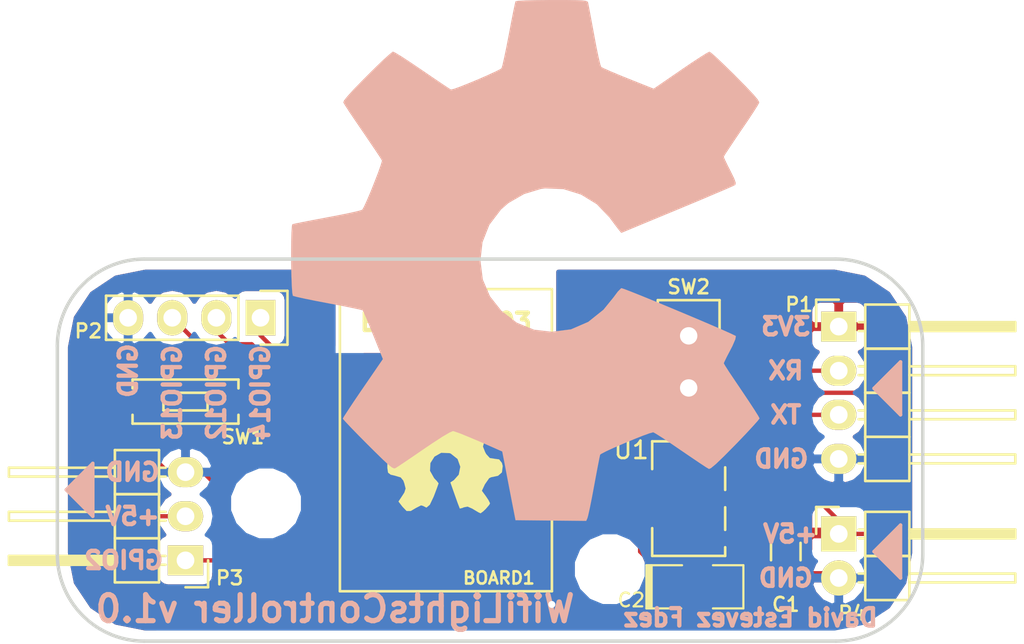
<source format=kicad_pcb>
(kicad_pcb (version 4) (host pcbnew 0.201510170916+6271~30~ubuntu14.04.1-product)

  (general
    (links 27)
    (no_connects 0)
    (area 134.158999 52.872029 193.501001 90.170001)
    (thickness 1.6)
    (drawings 33)
    (tracks 140)
    (zones 0)
    (modules 14)
    (nets 17)
  )

  (page A4)
  (layers
    (0 F.Cu signal)
    (31 B.Cu signal)
    (32 B.Adhes user)
    (33 F.Adhes user)
    (34 B.Paste user)
    (35 F.Paste user)
    (36 B.SilkS user)
    (37 F.SilkS user)
    (38 B.Mask user)
    (39 F.Mask user)
    (40 Dwgs.User user)
    (41 Cmts.User user)
    (42 Eco1.User user)
    (43 Eco2.User user)
    (44 Edge.Cuts user)
    (45 Margin user)
    (46 B.CrtYd user)
    (47 F.CrtYd user)
    (48 B.Fab user)
    (49 F.Fab user)
  )

  (setup
    (last_trace_width 0.25)
    (trace_clearance 0.2)
    (zone_clearance 0.508)
    (zone_45_only no)
    (trace_min 0.2)
    (segment_width 0.2)
    (edge_width 0.15)
    (via_size 0.6)
    (via_drill 0.4)
    (via_min_size 0.4)
    (via_min_drill 0.3)
    (uvia_size 0.3)
    (uvia_drill 0.1)
    (uvias_allowed no)
    (uvia_min_size 0.2)
    (uvia_min_drill 0.1)
    (pcb_text_width 0.3)
    (pcb_text_size 1.5 1.5)
    (mod_edge_width 0.15)
    (mod_text_size 1 1)
    (mod_text_width 0.15)
    (pad_size 1.524 1.524)
    (pad_drill 0.762)
    (pad_to_mask_clearance 0.2)
    (aux_axis_origin 0 0)
    (grid_origin 159.004 78.994)
    (visible_elements FFFFFF7F)
    (pcbplotparams
      (layerselection 0x010f0_80000001)
      (usegerberextensions false)
      (excludeedgelayer true)
      (linewidth 0.100000)
      (plotframeref false)
      (viasonmask false)
      (mode 1)
      (useauxorigin false)
      (hpglpennumber 1)
      (hpglpenspeed 20)
      (hpglpendiameter 15)
      (hpglpenoverlay 2)
      (psnegative false)
      (psa4output false)
      (plotreference true)
      (plotvalue true)
      (plotinvisibletext false)
      (padsonsilk false)
      (subtractmaskfromsilk true)
      (outputformat 1)
      (mirror false)
      (drillshape 0)
      (scaleselection 1)
      (outputdirectory GERBER/))
  )

  (net 0 "")
  (net 1 GND)
  (net 2 "Net-(BOARD1-Pad2)")
  (net 3 /TX)
  (net 4 /RX)
  (net 5 "Net-(BOARD1-Pad5)")
  (net 6 +3V3)
  (net 7 "Net-(BOARD1-Pad7)")
  (net 8 /GPIO14)
  (net 9 /GPIO12)
  (net 10 /GPIO13)
  (net 11 /LEDs)
  (net 12 "Net-(BOARD1-Pad14)")
  (net 13 +5V)
  (net 14 "Net-(C2-Pad1)")
  (net 15 "Net-(SW2-Pad3)")
  (net 16 "Net-(SW2-Pad6)")

  (net_class Default "This is the default net class."
    (clearance 0.2)
    (trace_width 0.25)
    (via_dia 0.6)
    (via_drill 0.4)
    (uvia_dia 0.3)
    (uvia_drill 0.1)
    (add_net +3V3)
    (add_net +5V)
    (add_net /GPIO12)
    (add_net /GPIO13)
    (add_net /GPIO14)
    (add_net /LEDs)
    (add_net /RX)
    (add_net /TX)
    (add_net GND)
    (add_net "Net-(BOARD1-Pad14)")
    (add_net "Net-(BOARD1-Pad2)")
    (add_net "Net-(BOARD1-Pad5)")
    (add_net "Net-(BOARD1-Pad7)")
    (add_net "Net-(C2-Pad1)")
    (add_net "Net-(SW2-Pad3)")
    (add_net "Net-(SW2-Pad6)")
  )

  (module def-footprints:Board_ESP8266_03 (layer F.Cu) (tedit 562A9AB5) (tstamp 562A8668)
    (at 160.02 87.122)
    (path /561C181A)
    (fp_text reference BOARD1 (at 3.048 -0.762) (layer F.SilkS)
      (effects (font (size 0.7 0.7) (thickness 0.15)))
    )
    (fp_text value ESP8266-03 (at 0 -15.494 180) (layer F.SilkS)
      (effects (font (size 1 1) (thickness 0.25)))
    )
    (fp_line (start -6.1 0) (end 6.1 0) (layer F.SilkS) (width 0.15))
    (fp_line (start -6.1 -17.4) (end -6.1 0) (layer F.SilkS) (width 0.15))
    (fp_line (start -6.1 -17.4) (end 6.1 -17.4) (layer F.SilkS) (width 0.15))
    (fp_line (start 6.1 -17.4) (end 6.1 0) (layer F.SilkS) (width 0.15))
    (pad 1 smd rect (at 6.1 -1) (size 1.5 1) (layers F.Cu F.Paste F.Mask)
      (net 1 GND))
    (pad 2 smd rect (at 6.1 -3) (size 1.5 1) (layers F.Cu F.Paste F.Mask)
      (net 2 "Net-(BOARD1-Pad2)"))
    (pad 3 smd rect (at 6.1 -5) (size 1.5 1) (layers F.Cu F.Paste F.Mask)
      (net 3 /TX))
    (pad 4 smd rect (at 6.1 -7) (size 1.5 1) (layers F.Cu F.Paste F.Mask)
      (net 4 /RX))
    (pad 5 smd rect (at 6.1 -9) (size 1.5 1) (layers F.Cu F.Paste F.Mask)
      (net 5 "Net-(BOARD1-Pad5)"))
    (pad 6 smd rect (at 6.1 -11) (size 1.5 1) (layers F.Cu F.Paste F.Mask)
      (net 6 +3V3))
    (pad 7 smd rect (at 6.1 -13) (size 1.5 1) (layers F.Cu F.Paste F.Mask)
      (net 7 "Net-(BOARD1-Pad7)"))
    (pad 8 smd rect (at -6.1 -13) (size 1.5 1) (layers F.Cu F.Paste F.Mask)
      (net 6 +3V3))
    (pad 9 smd rect (at -6.1 -11) (size 1.5 1) (layers F.Cu F.Paste F.Mask)
      (net 8 /GPIO14))
    (pad 10 smd rect (at -6.1 -9) (size 1.5 1) (layers F.Cu F.Paste F.Mask)
      (net 9 /GPIO12))
    (pad 11 smd rect (at -6.1 -7) (size 1.5 1) (layers F.Cu F.Paste F.Mask)
      (net 10 /GPIO13))
    (pad 12 smd rect (at -6.1 -5) (size 1.5 1) (layers F.Cu F.Paste F.Mask)
      (net 1 GND))
    (pad 13 smd rect (at -6.1 -3) (size 1.5 1) (layers F.Cu F.Paste F.Mask)
      (net 11 /LEDs))
    (pad 14 smd rect (at -6.1 -1) (size 1.5 1) (layers F.Cu F.Paste F.Mask)
      (net 12 "Net-(BOARD1-Pad14)"))
  )

  (module Capacitors_SMD:C_0805_HandSoldering (layer F.Cu) (tedit 562A9B69) (tstamp 562A866E)
    (at 179.578 84.836 270)
    (descr "Capacitor SMD 0805, hand soldering")
    (tags "capacitor 0805")
    (path /56255599)
    (attr smd)
    (fp_text reference C1 (at 3.048 0 360) (layer F.SilkS)
      (effects (font (size 0.8 0.8) (thickness 0.15)))
    )
    (fp_text value C (at 0 2.1 270) (layer F.Fab) hide
      (effects (font (size 1 1) (thickness 0.15)))
    )
    (fp_line (start -2.3 -1) (end 2.3 -1) (layer F.CrtYd) (width 0.05))
    (fp_line (start -2.3 1) (end 2.3 1) (layer F.CrtYd) (width 0.05))
    (fp_line (start -2.3 -1) (end -2.3 1) (layer F.CrtYd) (width 0.05))
    (fp_line (start 2.3 -1) (end 2.3 1) (layer F.CrtYd) (width 0.05))
    (fp_line (start 0.5 -0.85) (end -0.5 -0.85) (layer F.SilkS) (width 0.15))
    (fp_line (start -0.5 0.85) (end 0.5 0.85) (layer F.SilkS) (width 0.15))
    (pad 1 smd rect (at -1.25 0 270) (size 1.5 1.25) (layers F.Cu F.Paste F.Mask)
      (net 13 +5V))
    (pad 2 smd rect (at 1.25 0 270) (size 1.5 1.25) (layers F.Cu F.Paste F.Mask)
      (net 1 GND))
    (model Capacitors_SMD.3dshapes/C_0805_HandSoldering.wrl
      (at (xyz 0 0 0))
      (scale (xyz 1 1 1))
      (rotate (xyz 0 0 0))
    )
  )

  (module def-footprints:Package_1206_pol (layer F.Cu) (tedit 562A9B18) (tstamp 562A8674)
    (at 174.498 86.868)
    (path /562555F5)
    (attr smd)
    (fp_text reference C2 (at -3.81 0.762) (layer F.SilkS)
      (effects (font (size 0.8 0.8) (thickness 0.127)))
    )
    (fp_text value CP (at 0 0) (layer F.Fab) hide
      (effects (font (size 0.6 0.6) (thickness 0.127)))
    )
    (fp_line (start -2.74 -1.243) (end -2.74 1.243) (layer F.SilkS) (width 0.127))
    (fp_line (start -2.84 -1.243) (end -2.84 1.243) (layer F.SilkS) (width 0.127))
    (fp_line (start -2.94 -1.243) (end -2.94 1.243) (layer F.SilkS) (width 0.127))
    (fp_line (start -2.64 -1.243) (end -2.64 1.243) (layer F.SilkS) (width 0.127))
    (fp_line (start -2.94 1.243) (end -0.939 1.243) (layer F.SilkS) (width 0.127))
    (fp_line (start 0.889 -1.243) (end 2.64 -1.243) (layer F.SilkS) (width 0.127))
    (fp_line (start 2.64 -1.243) (end 2.64 1.243) (layer F.SilkS) (width 0.127))
    (fp_line (start 2.64 1.243) (end 0.889 1.243) (layer F.SilkS) (width 0.127))
    (fp_line (start -0.889 -1.243) (end -2.94 -1.243) (layer F.SilkS) (width 0.127))
    (pad 1 smd rect (at -1.651 0) (size 1.524 2.032) (layers F.Cu F.Paste F.Mask)
      (net 14 "Net-(C2-Pad1)"))
    (pad 2 smd rect (at 1.651 0) (size 1.524 2.032) (layers F.Cu F.Paste F.Mask)
      (net 1 GND))
    (model smd/chip_cms.wrl
      (at (xyz 0 0 0))
      (scale (xyz 0.17 0.16 0.16))
      (rotate (xyz 0 0 0))
    )
  )

  (module Pin_Headers:Pin_Header_Angled_1x04 (layer F.Cu) (tedit 562A9B03) (tstamp 562A867C)
    (at 182.626 71.882)
    (descr "Through hole pin header")
    (tags "pin header")
    (path /56255B55)
    (fp_text reference P1 (at -2.286 -1.27) (layer F.SilkS)
      (effects (font (size 0.8 0.8) (thickness 0.15)))
    )
    (fp_text value CONN_01X04 (at 0 -3.1) (layer F.Fab) hide
      (effects (font (size 1 1) (thickness 0.15)))
    )
    (fp_line (start -1.5 -1.75) (end -1.5 9.4) (layer F.CrtYd) (width 0.05))
    (fp_line (start 10.65 -1.75) (end 10.65 9.4) (layer F.CrtYd) (width 0.05))
    (fp_line (start -1.5 -1.75) (end 10.65 -1.75) (layer F.CrtYd) (width 0.05))
    (fp_line (start -1.5 9.4) (end 10.65 9.4) (layer F.CrtYd) (width 0.05))
    (fp_line (start -1.3 -1.55) (end -1.3 0) (layer F.SilkS) (width 0.15))
    (fp_line (start 0 -1.55) (end -1.3 -1.55) (layer F.SilkS) (width 0.15))
    (fp_line (start 4.191 -0.127) (end 10.033 -0.127) (layer F.SilkS) (width 0.15))
    (fp_line (start 10.033 -0.127) (end 10.033 0.127) (layer F.SilkS) (width 0.15))
    (fp_line (start 10.033 0.127) (end 4.191 0.127) (layer F.SilkS) (width 0.15))
    (fp_line (start 4.191 0.127) (end 4.191 0) (layer F.SilkS) (width 0.15))
    (fp_line (start 4.191 0) (end 10.033 0) (layer F.SilkS) (width 0.15))
    (fp_line (start 1.524 -0.254) (end 1.143 -0.254) (layer F.SilkS) (width 0.15))
    (fp_line (start 1.524 0.254) (end 1.143 0.254) (layer F.SilkS) (width 0.15))
    (fp_line (start 1.524 2.286) (end 1.143 2.286) (layer F.SilkS) (width 0.15))
    (fp_line (start 1.524 2.794) (end 1.143 2.794) (layer F.SilkS) (width 0.15))
    (fp_line (start 1.524 4.826) (end 1.143 4.826) (layer F.SilkS) (width 0.15))
    (fp_line (start 1.524 5.334) (end 1.143 5.334) (layer F.SilkS) (width 0.15))
    (fp_line (start 1.524 7.874) (end 1.143 7.874) (layer F.SilkS) (width 0.15))
    (fp_line (start 1.524 7.366) (end 1.143 7.366) (layer F.SilkS) (width 0.15))
    (fp_line (start 1.524 -1.27) (end 4.064 -1.27) (layer F.SilkS) (width 0.15))
    (fp_line (start 1.524 1.27) (end 4.064 1.27) (layer F.SilkS) (width 0.15))
    (fp_line (start 1.524 1.27) (end 1.524 3.81) (layer F.SilkS) (width 0.15))
    (fp_line (start 1.524 3.81) (end 4.064 3.81) (layer F.SilkS) (width 0.15))
    (fp_line (start 4.064 2.286) (end 10.16 2.286) (layer F.SilkS) (width 0.15))
    (fp_line (start 10.16 2.286) (end 10.16 2.794) (layer F.SilkS) (width 0.15))
    (fp_line (start 10.16 2.794) (end 4.064 2.794) (layer F.SilkS) (width 0.15))
    (fp_line (start 4.064 3.81) (end 4.064 1.27) (layer F.SilkS) (width 0.15))
    (fp_line (start 4.064 1.27) (end 4.064 -1.27) (layer F.SilkS) (width 0.15))
    (fp_line (start 10.16 0.254) (end 4.064 0.254) (layer F.SilkS) (width 0.15))
    (fp_line (start 10.16 -0.254) (end 10.16 0.254) (layer F.SilkS) (width 0.15))
    (fp_line (start 4.064 -0.254) (end 10.16 -0.254) (layer F.SilkS) (width 0.15))
    (fp_line (start 1.524 1.27) (end 4.064 1.27) (layer F.SilkS) (width 0.15))
    (fp_line (start 1.524 -1.27) (end 1.524 1.27) (layer F.SilkS) (width 0.15))
    (fp_line (start 1.524 6.35) (end 4.064 6.35) (layer F.SilkS) (width 0.15))
    (fp_line (start 1.524 6.35) (end 1.524 8.89) (layer F.SilkS) (width 0.15))
    (fp_line (start 1.524 8.89) (end 4.064 8.89) (layer F.SilkS) (width 0.15))
    (fp_line (start 4.064 7.366) (end 10.16 7.366) (layer F.SilkS) (width 0.15))
    (fp_line (start 10.16 7.366) (end 10.16 7.874) (layer F.SilkS) (width 0.15))
    (fp_line (start 10.16 7.874) (end 4.064 7.874) (layer F.SilkS) (width 0.15))
    (fp_line (start 4.064 8.89) (end 4.064 6.35) (layer F.SilkS) (width 0.15))
    (fp_line (start 4.064 6.35) (end 4.064 3.81) (layer F.SilkS) (width 0.15))
    (fp_line (start 10.16 5.334) (end 4.064 5.334) (layer F.SilkS) (width 0.15))
    (fp_line (start 10.16 4.826) (end 10.16 5.334) (layer F.SilkS) (width 0.15))
    (fp_line (start 4.064 4.826) (end 10.16 4.826) (layer F.SilkS) (width 0.15))
    (fp_line (start 1.524 6.35) (end 4.064 6.35) (layer F.SilkS) (width 0.15))
    (fp_line (start 1.524 3.81) (end 1.524 6.35) (layer F.SilkS) (width 0.15))
    (fp_line (start 1.524 3.81) (end 4.064 3.81) (layer F.SilkS) (width 0.15))
    (pad 1 thru_hole rect (at 0 0) (size 2.032 1.7272) (drill 1.016) (layers *.Cu *.Mask F.SilkS)
      (net 6 +3V3))
    (pad 2 thru_hole oval (at 0 2.54) (size 2.032 1.7272) (drill 1.016) (layers *.Cu *.Mask F.SilkS)
      (net 4 /RX))
    (pad 3 thru_hole oval (at 0 5.08) (size 2.032 1.7272) (drill 1.016) (layers *.Cu *.Mask F.SilkS)
      (net 3 /TX))
    (pad 4 thru_hole oval (at 0 7.62) (size 2.032 1.7272) (drill 1.016) (layers *.Cu *.Mask F.SilkS)
      (net 1 GND))
    (model Pin_Headers.3dshapes/Pin_Header_Angled_1x04.wrl
      (at (xyz 0 -0.15 0))
      (scale (xyz 1 1 1))
      (rotate (xyz 0 0 90))
    )
  )

  (module Pin_Headers:Pin_Header_Straight_1x04 (layer F.Cu) (tedit 562A9B32) (tstamp 562A8684)
    (at 149.352 71.374 270)
    (descr "Through hole pin header")
    (tags "pin header")
    (path /56256D29)
    (fp_text reference P2 (at 0.762 9.906 360) (layer F.SilkS)
      (effects (font (size 0.8 0.8) (thickness 0.15)))
    )
    (fp_text value CONN_01X04 (at 0 -3.1 270) (layer F.Fab) hide
      (effects (font (size 1 1) (thickness 0.15)))
    )
    (fp_line (start -1.75 -1.75) (end -1.75 9.4) (layer F.CrtYd) (width 0.05))
    (fp_line (start 1.75 -1.75) (end 1.75 9.4) (layer F.CrtYd) (width 0.05))
    (fp_line (start -1.75 -1.75) (end 1.75 -1.75) (layer F.CrtYd) (width 0.05))
    (fp_line (start -1.75 9.4) (end 1.75 9.4) (layer F.CrtYd) (width 0.05))
    (fp_line (start -1.27 1.27) (end -1.27 8.89) (layer F.SilkS) (width 0.15))
    (fp_line (start 1.27 1.27) (end 1.27 8.89) (layer F.SilkS) (width 0.15))
    (fp_line (start 1.55 -1.55) (end 1.55 0) (layer F.SilkS) (width 0.15))
    (fp_line (start -1.27 8.89) (end 1.27 8.89) (layer F.SilkS) (width 0.15))
    (fp_line (start 1.27 1.27) (end -1.27 1.27) (layer F.SilkS) (width 0.15))
    (fp_line (start -1.55 0) (end -1.55 -1.55) (layer F.SilkS) (width 0.15))
    (fp_line (start -1.55 -1.55) (end 1.55 -1.55) (layer F.SilkS) (width 0.15))
    (pad 1 thru_hole rect (at 0 0 270) (size 2.032 1.7272) (drill 1.016) (layers *.Cu *.Mask F.SilkS)
      (net 8 /GPIO14))
    (pad 2 thru_hole oval (at 0 2.54 270) (size 2.032 1.7272) (drill 1.016) (layers *.Cu *.Mask F.SilkS)
      (net 9 /GPIO12))
    (pad 3 thru_hole oval (at 0 5.08 270) (size 2.032 1.7272) (drill 1.016) (layers *.Cu *.Mask F.SilkS)
      (net 10 /GPIO13))
    (pad 4 thru_hole oval (at 0 7.62 270) (size 2.032 1.7272) (drill 1.016) (layers *.Cu *.Mask F.SilkS)
      (net 1 GND))
    (model Pin_Headers.3dshapes/Pin_Header_Straight_1x04.wrl
      (at (xyz 0 -0.15 0))
      (scale (xyz 1 1 1))
      (rotate (xyz 0 0 90))
    )
  )

  (module Pin_Headers:Pin_Header_Angled_1x03 locked (layer F.Cu) (tedit 562A9B24) (tstamp 562A868B)
    (at 145.034 85.344 180)
    (descr "Through hole pin header")
    (tags "pin header")
    (path /56255A5F)
    (fp_text reference P3 (at -2.54 -1.016 180) (layer F.SilkS)
      (effects (font (size 0.8 0.8) (thickness 0.15)))
    )
    (fp_text value CONN_01X03 (at 0 -3.1 180) (layer F.Fab) hide
      (effects (font (size 1 1) (thickness 0.15)))
    )
    (fp_line (start -1.5 -1.75) (end -1.5 6.85) (layer F.CrtYd) (width 0.05))
    (fp_line (start 10.65 -1.75) (end 10.65 6.85) (layer F.CrtYd) (width 0.05))
    (fp_line (start -1.5 -1.75) (end 10.65 -1.75) (layer F.CrtYd) (width 0.05))
    (fp_line (start -1.5 6.85) (end 10.65 6.85) (layer F.CrtYd) (width 0.05))
    (fp_line (start -1.3 -1.55) (end -1.3 0) (layer F.SilkS) (width 0.15))
    (fp_line (start 0 -1.55) (end -1.3 -1.55) (layer F.SilkS) (width 0.15))
    (fp_line (start 4.191 -0.127) (end 10.033 -0.127) (layer F.SilkS) (width 0.15))
    (fp_line (start 10.033 -0.127) (end 10.033 0.127) (layer F.SilkS) (width 0.15))
    (fp_line (start 10.033 0.127) (end 4.191 0.127) (layer F.SilkS) (width 0.15))
    (fp_line (start 4.191 0.127) (end 4.191 0) (layer F.SilkS) (width 0.15))
    (fp_line (start 4.191 0) (end 10.033 0) (layer F.SilkS) (width 0.15))
    (fp_line (start 1.524 -0.254) (end 1.143 -0.254) (layer F.SilkS) (width 0.15))
    (fp_line (start 1.524 0.254) (end 1.143 0.254) (layer F.SilkS) (width 0.15))
    (fp_line (start 1.524 2.286) (end 1.143 2.286) (layer F.SilkS) (width 0.15))
    (fp_line (start 1.524 2.794) (end 1.143 2.794) (layer F.SilkS) (width 0.15))
    (fp_line (start 1.524 4.826) (end 1.143 4.826) (layer F.SilkS) (width 0.15))
    (fp_line (start 1.524 5.334) (end 1.143 5.334) (layer F.SilkS) (width 0.15))
    (fp_line (start 4.064 1.27) (end 4.064 -1.27) (layer F.SilkS) (width 0.15))
    (fp_line (start 10.16 0.254) (end 4.064 0.254) (layer F.SilkS) (width 0.15))
    (fp_line (start 10.16 -0.254) (end 10.16 0.254) (layer F.SilkS) (width 0.15))
    (fp_line (start 4.064 -0.254) (end 10.16 -0.254) (layer F.SilkS) (width 0.15))
    (fp_line (start 1.524 1.27) (end 4.064 1.27) (layer F.SilkS) (width 0.15))
    (fp_line (start 1.524 -1.27) (end 1.524 1.27) (layer F.SilkS) (width 0.15))
    (fp_line (start 1.524 -1.27) (end 4.064 -1.27) (layer F.SilkS) (width 0.15))
    (fp_line (start 1.524 3.81) (end 4.064 3.81) (layer F.SilkS) (width 0.15))
    (fp_line (start 1.524 3.81) (end 1.524 6.35) (layer F.SilkS) (width 0.15))
    (fp_line (start 4.064 4.826) (end 10.16 4.826) (layer F.SilkS) (width 0.15))
    (fp_line (start 10.16 4.826) (end 10.16 5.334) (layer F.SilkS) (width 0.15))
    (fp_line (start 10.16 5.334) (end 4.064 5.334) (layer F.SilkS) (width 0.15))
    (fp_line (start 4.064 6.35) (end 4.064 3.81) (layer F.SilkS) (width 0.15))
    (fp_line (start 4.064 3.81) (end 4.064 1.27) (layer F.SilkS) (width 0.15))
    (fp_line (start 10.16 2.794) (end 4.064 2.794) (layer F.SilkS) (width 0.15))
    (fp_line (start 10.16 2.286) (end 10.16 2.794) (layer F.SilkS) (width 0.15))
    (fp_line (start 4.064 2.286) (end 10.16 2.286) (layer F.SilkS) (width 0.15))
    (fp_line (start 1.524 3.81) (end 4.064 3.81) (layer F.SilkS) (width 0.15))
    (fp_line (start 1.524 1.27) (end 1.524 3.81) (layer F.SilkS) (width 0.15))
    (fp_line (start 1.524 1.27) (end 4.064 1.27) (layer F.SilkS) (width 0.15))
    (fp_line (start 1.524 6.35) (end 4.064 6.35) (layer F.SilkS) (width 0.15))
    (pad 1 thru_hole rect (at 0 0 180) (size 2.032 1.7272) (drill 1.016) (layers *.Cu *.Mask F.SilkS)
      (net 11 /LEDs))
    (pad 2 thru_hole oval (at 0 2.54 180) (size 2.032 1.7272) (drill 1.016) (layers *.Cu *.Mask F.SilkS)
      (net 13 +5V))
    (pad 3 thru_hole oval (at 0 5.08 180) (size 2.032 1.7272) (drill 1.016) (layers *.Cu *.Mask F.SilkS)
      (net 1 GND))
    (model Pin_Headers.3dshapes/Pin_Header_Angled_1x03.wrl
      (at (xyz 0 -0.1 0))
      (scale (xyz 1 1 1))
      (rotate (xyz 0 0 90))
    )
  )

  (module Pin_Headers:Pin_Header_Angled_1x02 (layer F.Cu) (tedit 562A9B4A) (tstamp 562A8691)
    (at 182.626 83.82)
    (descr "Through hole pin header")
    (tags "pin header")
    (path /56255B43)
    (fp_text reference P4 (at 0.762 4.572) (layer F.SilkS)
      (effects (font (size 0.8 0.8) (thickness 0.15)))
    )
    (fp_text value CONN_01X02 (at 0 -3.1) (layer F.Fab) hide
      (effects (font (size 1 1) (thickness 0.15)))
    )
    (fp_line (start -1.5 -1.75) (end -1.5 4.3) (layer F.CrtYd) (width 0.05))
    (fp_line (start 10.65 -1.75) (end 10.65 4.3) (layer F.CrtYd) (width 0.05))
    (fp_line (start -1.5 -1.75) (end 10.65 -1.75) (layer F.CrtYd) (width 0.05))
    (fp_line (start -1.5 4.3) (end 10.65 4.3) (layer F.CrtYd) (width 0.05))
    (fp_line (start -1.3 -1.55) (end -1.3 0) (layer F.SilkS) (width 0.15))
    (fp_line (start 0 -1.55) (end -1.3 -1.55) (layer F.SilkS) (width 0.15))
    (fp_line (start 4.191 -0.127) (end 10.033 -0.127) (layer F.SilkS) (width 0.15))
    (fp_line (start 10.033 -0.127) (end 10.033 0.127) (layer F.SilkS) (width 0.15))
    (fp_line (start 10.033 0.127) (end 4.191 0.127) (layer F.SilkS) (width 0.15))
    (fp_line (start 4.191 0.127) (end 4.191 0) (layer F.SilkS) (width 0.15))
    (fp_line (start 4.191 0) (end 10.033 0) (layer F.SilkS) (width 0.15))
    (fp_line (start 1.524 -0.254) (end 1.143 -0.254) (layer F.SilkS) (width 0.15))
    (fp_line (start 1.524 0.254) (end 1.143 0.254) (layer F.SilkS) (width 0.15))
    (fp_line (start 1.524 2.286) (end 1.143 2.286) (layer F.SilkS) (width 0.15))
    (fp_line (start 1.524 2.794) (end 1.143 2.794) (layer F.SilkS) (width 0.15))
    (fp_line (start 1.524 -1.27) (end 4.064 -1.27) (layer F.SilkS) (width 0.15))
    (fp_line (start 1.524 1.27) (end 4.064 1.27) (layer F.SilkS) (width 0.15))
    (fp_line (start 1.524 1.27) (end 1.524 3.81) (layer F.SilkS) (width 0.15))
    (fp_line (start 1.524 3.81) (end 4.064 3.81) (layer F.SilkS) (width 0.15))
    (fp_line (start 4.064 2.286) (end 10.16 2.286) (layer F.SilkS) (width 0.15))
    (fp_line (start 10.16 2.286) (end 10.16 2.794) (layer F.SilkS) (width 0.15))
    (fp_line (start 10.16 2.794) (end 4.064 2.794) (layer F.SilkS) (width 0.15))
    (fp_line (start 4.064 3.81) (end 4.064 1.27) (layer F.SilkS) (width 0.15))
    (fp_line (start 4.064 1.27) (end 4.064 -1.27) (layer F.SilkS) (width 0.15))
    (fp_line (start 10.16 0.254) (end 4.064 0.254) (layer F.SilkS) (width 0.15))
    (fp_line (start 10.16 -0.254) (end 10.16 0.254) (layer F.SilkS) (width 0.15))
    (fp_line (start 4.064 -0.254) (end 10.16 -0.254) (layer F.SilkS) (width 0.15))
    (fp_line (start 1.524 1.27) (end 4.064 1.27) (layer F.SilkS) (width 0.15))
    (fp_line (start 1.524 -1.27) (end 1.524 1.27) (layer F.SilkS) (width 0.15))
    (pad 1 thru_hole rect (at 0 0) (size 2.032 2.032) (drill 1.016) (layers *.Cu *.Mask F.SilkS)
      (net 13 +5V))
    (pad 2 thru_hole oval (at 0 2.54) (size 2.032 2.032) (drill 1.016) (layers *.Cu *.Mask F.SilkS)
      (net 1 GND))
    (model Pin_Headers.3dshapes/Pin_Header_Angled_1x02.wrl
      (at (xyz 0 -0.05 0))
      (scale (xyz 1 1 1))
      (rotate (xyz 0 0 90))
    )
  )

  (module def-footprints:Switches_Push_Switch_SMD_Seeedstudio_DHT-1163S (layer F.Cu) (tedit 562A9B2A) (tstamp 562A8697)
    (at 145.034 76.2)
    (path /562A676F)
    (fp_text reference SW1 (at 3.302 2.032) (layer F.SilkS)
      (effects (font (size 0.8 0.8) (thickness 0.15)))
    )
    (fp_text value SW_PUSH (at 0 2.54) (layer F.Fab) hide
      (effects (font (size 1 1) (thickness 0.15)))
    )
    (fp_line (start 1.27 0.508) (end 1.27 -0.508) (layer F.SilkS) (width 0.15))
    (fp_line (start -1.27 -0.508) (end -1.27 0.508) (layer F.SilkS) (width 0.15))
    (fp_line (start -1.27 0.508) (end 1.27 0.508) (layer F.SilkS) (width 0.15))
    (fp_line (start 1.27 -0.508) (end -1.27 -0.508) (layer F.SilkS) (width 0.15))
    (fp_line (start 3.048 0.762) (end 3.048 1.27) (layer F.SilkS) (width 0.15))
    (fp_line (start 3.048 1.27) (end -3.048 1.27) (layer F.SilkS) (width 0.15))
    (fp_line (start -3.048 1.27) (end -3.048 0.762) (layer F.SilkS) (width 0.15))
    (fp_line (start -3.048 -0.762) (end -3.048 -1.27) (layer F.SilkS) (width 0.15))
    (fp_line (start -3.048 -1.27) (end 3.048 -1.27) (layer F.SilkS) (width 0.15))
    (fp_line (start 3.048 -1.27) (end 3.048 -0.762) (layer F.SilkS) (width 0.15))
    (pad 1 smd rect (at -3.325 0) (size 2.65 1.4) (layers F.Cu F.Paste F.Mask)
      (net 1 GND))
    (pad 2 smd rect (at 3.325 0) (size 2.65 1.4) (layers F.Cu F.Paste F.Mask)
      (net 12 "Net-(BOARD1-Pad14)"))
  )

  (module def-footprints:Switches_Switch_DPDT_SMD_Seeedstudio_311030005 (layer F.Cu) (tedit 562A9B0D) (tstamp 562A86A3)
    (at 173.99 73.914 90)
    (path /562A70F7)
    (fp_text reference SW2 (at 4.318 0 180) (layer F.SilkS)
      (effects (font (size 0.8 0.8) (thickness 0.15)))
    )
    (fp_text value PASSIVES_Switch_DPDT (at 0 5.334 90) (layer F.Fab) hide
      (effects (font (size 1 1) (thickness 0.15)))
    )
    (fp_line (start 1.016 1.778) (end 1.016 0.762) (layer F.SilkS) (width 0.15))
    (fp_line (start 0.762 0.762) (end 0.762 1.778) (layer F.SilkS) (width 0.15))
    (fp_line (start 0.508 1.778) (end 0.508 0.762) (layer F.SilkS) (width 0.15))
    (fp_line (start 1.27 0.762) (end 1.27 1.778) (layer F.SilkS) (width 0.15))
    (fp_line (start -1.778 1.778) (end -1.778 0.762) (layer F.SilkS) (width 0.15))
    (fp_line (start -1.778 0.762) (end 1.778 0.762) (layer F.SilkS) (width 0.15))
    (fp_line (start 1.778 0.762) (end 1.778 1.778) (layer F.SilkS) (width 0.15))
    (fp_line (start 2.54 -0.762) (end -2.54 -0.762) (layer F.SilkS) (width 0.15))
    (fp_line (start -2.54 -1.27) (end 2.54 -1.27) (layer F.SilkS) (width 0.15))
    (fp_line (start -3.556 0) (end -3.556 -1.778) (layer F.SilkS) (width 0.15))
    (fp_line (start -3.556 -1.778) (end 3.556 -1.778) (layer F.SilkS) (width 0.15))
    (fp_line (start 3.556 -1.778) (end 3.556 1.778) (layer F.SilkS) (width 0.15))
    (fp_line (start 3.556 1.778) (end -3.556 1.778) (layer F.SilkS) (width 0.15))
    (fp_line (start -3.556 1.778) (end -3.556 0) (layer F.SilkS) (width 0.15))
    (pad 1 smd rect (at -2.5 2.65 90) (size 1 1.6) (layers F.Cu F.Paste F.Mask)
      (net 14 "Net-(C2-Pad1)"))
    (pad 2 smd rect (at 0 2.65 90) (size 1 1.6) (layers F.Cu F.Paste F.Mask)
      (net 6 +3V3))
    (pad 3 smd rect (at 2.5 2.65 90) (size 1 1.6) (layers F.Cu F.Paste F.Mask)
      (net 15 "Net-(SW2-Pad3)"))
    (pad 6 smd rect (at 2.5 -2.65 90) (size 1 1.6) (layers F.Cu F.Paste F.Mask)
      (net 16 "Net-(SW2-Pad6)"))
    (pad 5 smd rect (at 0 -2.65 90) (size 1 1.6) (layers F.Cu F.Paste F.Mask)
      (net 6 +3V3))
    (pad 4 smd rect (at -2.5 -2.65 90) (size 1 1.6) (layers F.Cu F.Paste F.Mask)
      (net 14 "Net-(C2-Pad1)"))
    (pad "" np_thru_hole circle (at -1.5 0 90) (size 1 1) (drill 1) (layers *.Cu *.Mask F.SilkS))
    (pad "" np_thru_hole circle (at 1.5 0 90) (size 1 1) (drill 1) (layers *.Cu *.Mask F.SilkS))
  )

  (module def-footprints:Package_SOT-223-3 (layer F.Cu) (tedit 562A9B74) (tstamp 562A86AB)
    (at 173.99 81.788 90)
    (path /56255456)
    (fp_text reference U1 (at 2.794 -3.302 180) (layer F.SilkS)
      (effects (font (size 1 1) (thickness 0.15)))
    )
    (fp_text value LD1117S33CTR (at 3.5 -5.7 90) (layer F.Fab) hide
      (effects (font (size 1 1) (thickness 0.15)))
    )
    (fp_line (start 2.8 2.1) (end 3.3 2.1) (layer F.SilkS) (width 0.15))
    (fp_line (start 3.3 2.1) (end 3.3 -2.1) (layer F.SilkS) (width 0.15))
    (fp_line (start 3.3 -2.1) (end 1.7 -2.1) (layer F.SilkS) (width 0.15))
    (fp_line (start 0.5 2.1) (end 1.8 2.1) (layer F.SilkS) (width 0.15))
    (fp_line (start -1.8 2.1) (end -0.5 2.1) (layer F.SilkS) (width 0.15))
    (fp_line (start -3.3 -2.1) (end -3.3 2.1) (layer F.SilkS) (width 0.15))
    (fp_line (start -3.3 2.1) (end -2.8 2.1) (layer F.SilkS) (width 0.15))
    (fp_line (start -3.3 -2.1) (end -1.7 -2.1) (layer F.SilkS) (width 0.15))
    (pad 2 smd rect (at 0 -3.05 90) (size 3.25 1.9) (layers F.Cu F.Paste F.Mask)
      (net 14 "Net-(C2-Pad1)"))
    (pad 1 smd rect (at -2.3 3.05 90) (size 0.95 1.9) (layers F.Cu F.Paste F.Mask)
      (net 1 GND))
    (pad 2 smd rect (at 0 3.05 90) (size 0.95 1.9) (layers F.Cu F.Paste F.Mask)
      (net 14 "Net-(C2-Pad1)"))
    (pad 3 smd rect (at 2.3 3.05 90) (size 0.95 1.9) (layers F.Cu F.Paste F.Mask)
      (net 13 +5V))
  )

  (module def-footprints:Mechanical_Drill_3mm (layer F.Cu) (tedit 0) (tstamp 562A9EE0)
    (at 149.668 82.062)
    (fp_text reference Mechanical_drill_3mm (at 0.635 3.175) (layer F.SilkS) hide
      (effects (font (size 1 1) (thickness 0.15)))
    )
    (fp_text value "" (at 4.445 1.27) (layer F.SilkS) hide
      (effects (font (size 1 1) (thickness 0.15)))
    )
    (pad "" np_thru_hole circle (at 0 0) (size 3 3) (drill 3) (layers *.Cu *.Mask))
  )

  (module def-footprints:Mechanical_Drill_3mm (layer F.Cu) (tedit 0) (tstamp 562A9EF9)
    (at 169.452 85.852)
    (fp_text reference Mechanical_drill_3mm (at 0.635 3.175) (layer F.SilkS) hide
      (effects (font (size 1 1) (thickness 0.15)))
    )
    (fp_text value "" (at 4.445 1.27) (layer F.SilkS) hide
      (effects (font (size 1 1) (thickness 0.15)))
    )
    (pad "" np_thru_hole circle (at 0 0) (size 3 3) (drill 3) (layers *.Cu *.Mask))
  )

  (module def-footprints:Logo_OSHW_small (layer F.Cu) (tedit 4DC6BCDB) (tstamp 562AAB68)
    (at 160.02 79.502)
    (fp_text reference G*** (at 0 -4.318 180) (layer F.SilkS) hide
      (effects (font (thickness 0.3048)))
    )
    (fp_text value OSHW-logo (at 0 4.318 180) (layer F.SilkS) hide
      (effects (font (thickness 0.3048)))
    )
    (fp_poly (pts (xy 1.9939 3.13182) (xy 1.8796 3.08102) (xy 1.59512 2.91084) (xy 1.52146 2.86512)
      (xy 1.24968 2.74574) (xy 1.03378 2.78638) (xy 0.94742 2.82448) (xy 0.8001 2.86004)
      (xy 0.78232 2.81432) (xy 0.67564 2.53746) (xy 0.51816 2.0955) (xy 0.25654 1.35382)
      (xy 0.45466 1.22428) (xy 0.73914 0.90678) (xy 0.82804 0.44958) (xy 0.67056 0.00508)
      (xy 0.28194 -0.3048) (xy 0.20828 -0.33274) (xy -0.26924 -0.35306) (xy -0.65786 -0.13208)
      (xy -0.89154 0.23876) (xy -0.91694 0.68326) (xy -0.67564 1.11252) (xy -0.52578 1.27)
      (xy -0.42164 1.40462) (xy -0.4318 1.43764) (xy -0.52324 1.69672) (xy -0.68326 2.11836)
      (xy -0.70866 2.18186) (xy -0.9271 2.6416) (xy -1.12014 2.80416) (xy -1.32588 2.70256)
      (xy -1.43256 2.67462) (xy -1.73482 2.82956) (xy -2.02438 2.99974) (xy -2.26314 2.99974)
      (xy -2.5019 2.75082) (xy -2.7305 2.45364) (xy -2.5019 2.1082) (xy -2.39014 1.93294)
      (xy -2.31902 1.70434) (xy -2.39268 1.41224) (xy -2.45364 1.2446) (xy -2.6035 1.06426)
      (xy -2.92608 0.96774) (xy -3.18008 0.90678) (xy -3.32994 0.78994) (xy -3.37058 0.51308)
      (xy -3.3655 0.19558) (xy -3.22072 0.01524) (xy -2.83972 -0.10668) (xy -2.7305 -0.13716)
      (xy -2.45872 -0.26924) (xy -2.30632 -0.52832) (xy -2.25044 -0.68072) (xy -2.24282 -0.89154)
      (xy -2.413 -1.15062) (xy -2.44856 -1.19888) (xy -2.58826 -1.44526) (xy -2.54254 -1.63576)
      (xy -2.4892 -1.71704) (xy -2.23266 -1.97358) (xy -2.09042 -2.06756) (xy -1.92786 -2.05486)
      (xy -1.6383 -1.8796) (xy -1.25476 -1.63068) (xy -0.92202 -1.7907) (xy -0.68834 -1.93294)
      (xy -0.59182 -2.15392) (xy -0.58674 -2.22504) (xy -0.508 -2.57556) (xy -0.48768 -2.62636)
      (xy -0.35306 -2.76352) (xy -0.04064 -2.794) (xy 0.04572 -2.79146) (xy 0.30734 -2.74574)
      (xy 0.42418 -2.57556) (xy 0.45212 -2.4892) (xy 0.508 -2.11074) (xy 0.51562 -2.00152)
      (xy 0.61214 -1.86182) (xy 0.6858 -1.84658) (xy 0.95758 -1.73482) (xy 1.1049 -1.67132)
      (xy 1.28778 -1.6891) (xy 1.57988 -1.87198) (xy 1.96088 -2.1336) (xy 2.25044 -1.8542)
      (xy 2.43078 -1.65862) (xy 2.54 -1.49352) (xy 2.49936 -1.39446) (xy 2.32664 -1.13538)
      (xy 2.19964 -0.95504) (xy 2.13106 -0.7112) (xy 2.25552 -0.39624) (xy 2.31902 -0.2794)
      (xy 2.5273 -0.0508) (xy 2.8575 0) (xy 3.0607 0.0254) (xy 3.22072 0.22606)
      (xy 3.26898 0.40894) (xy 3.22326 0.77724) (xy 2.9972 0.97282) (xy 2.6035 1.0541)
      (xy 2.4892 1.10998) (xy 2.24282 1.46304) (xy 2.0701 1.83388) (xy 2.30632 2.15646)
      (xy 2.4511 2.3749) (xy 2.54 2.55778) (xy 2.49174 2.64922) (xy 2.29108 2.8829)
      (xy 2.13868 3.02768) (xy 1.9939 3.13182)) (layer F.SilkS) (width 0.00254))
  )

  (module def-footprints:Logo_OSHW_3x3cm (layer B.Cu) (tedit 0) (tstamp 562AAB76)
    (at 164.592 68.072 270)
    (fp_text reference G*** (at 0 15.91056 450) (layer B.SilkS) hide
      (effects (font (size 1.36906 1.36906) (thickness 0.27178)) (justify mirror))
    )
    (fp_text value LOGO (at 0 -15.91056 450) (layer B.SilkS) hide
      (effects (font (size 1.36906 1.36906) (thickness 0.27178)) (justify mirror))
    )
    (fp_poly (pts (xy 9.09574 -13.47724) (xy 8.93826 -13.39342) (xy 8.5852 -13.17244) (xy 8.08482 -12.84478)
      (xy 7.493 -12.44854) (xy 6.89864 -12.04722) (xy 6.41096 -11.71956) (xy 6.06806 -11.50112)
      (xy 5.92582 -11.41984) (xy 5.84962 -11.44778) (xy 5.56514 -11.58494) (xy 5.1562 -11.7983)
      (xy 4.91998 -11.92022) (xy 4.54152 -12.08278) (xy 4.3561 -12.1158) (xy 4.32562 -12.065)
      (xy 4.18846 -11.77544) (xy 3.97002 -11.28522) (xy 3.68808 -10.63498) (xy 3.36296 -9.87298)
      (xy 3.01752 -9.05256) (xy 2.667 -8.21436) (xy 2.3368 -7.4168) (xy 2.04216 -6.69798)
      (xy 1.80848 -6.11378) (xy 1.65354 -5.70992) (xy 1.59512 -5.53466) (xy 1.6129 -5.49656)
      (xy 1.80086 -5.31368) (xy 2.13106 -5.0673) (xy 2.83718 -4.49326) (xy 3.53822 -3.61696)
      (xy 3.96748 -2.62382) (xy 4.10718 -1.51892) (xy 3.9878 -0.49784) (xy 3.58394 0.49276)
      (xy 2.90068 1.37668) (xy 2.06756 2.03454) (xy 1.09474 2.44856) (xy 0.00254 2.58572)
      (xy -1.04648 2.46634) (xy -2.05232 2.0701) (xy -2.93624 1.397) (xy -3.30962 0.9652)
      (xy -3.82524 0.06858) (xy -4.11734 -0.89408) (xy -4.15036 -1.14046) (xy -4.10718 -2.19202)
      (xy -3.79476 -3.2004) (xy -3.2385 -4.10718) (xy -2.46634 -4.84632) (xy -2.36982 -4.9149)
      (xy -2.01168 -5.1816) (xy -1.77038 -5.36702) (xy -1.58496 -5.51942) (xy -2.92608 -8.7503)
      (xy -3.13944 -9.26338) (xy -3.50774 -10.14476) (xy -3.83286 -10.90676) (xy -4.0894 -11.51128)
      (xy -4.2672 -11.91514) (xy -4.34848 -12.0777) (xy -4.3561 -12.08786) (xy -4.47294 -12.10818)
      (xy -4.72186 -12.01928) (xy -5.17144 -11.7983) (xy -5.46862 -11.6459) (xy -5.81152 -11.4808)
      (xy -5.96646 -11.41984) (xy -6.096 -11.49096) (xy -6.4262 -11.70686) (xy -6.90626 -12.0269)
      (xy -7.48538 -12.41806) (xy -8.03148 -12.79144) (xy -8.53948 -13.12672) (xy -8.91032 -13.36294)
      (xy -9.08558 -13.45692) (xy -9.11606 -13.45692) (xy -9.27608 -13.36802) (xy -9.5631 -13.12672)
      (xy -10.00506 -12.71016) (xy -10.62736 -12.09548) (xy -10.72134 -12.00404) (xy -11.23188 -11.4808)
      (xy -11.64844 -11.04646) (xy -11.92784 -10.73404) (xy -12.0269 -10.59434) (xy -12.0269 -10.5918)
      (xy -11.93546 -10.41654) (xy -11.70432 -10.05078) (xy -11.36904 -9.5377) (xy -10.9601 -8.93826)
      (xy -9.89076 -7.38378) (xy -10.4775 -5.9182) (xy -10.65784 -5.46862) (xy -10.88644 -4.92252)
      (xy -11.05662 -4.53644) (xy -11.14298 -4.36626) (xy -11.303 -4.31038) (xy -11.70686 -4.21386)
      (xy -12.28598 -4.09194) (xy -12.9794 -3.9624) (xy -13.6398 -3.84048) (xy -14.23924 -3.72872)
      (xy -14.67104 -3.6449) (xy -14.86408 -3.6068) (xy -14.9098 -3.57886) (xy -14.95044 -3.48488)
      (xy -14.97584 -3.28168) (xy -14.99108 -2.91846) (xy -14.9987 -2.34696) (xy -14.9987 -1.51892)
      (xy -14.9987 -1.43002) (xy -14.99108 -0.64008) (xy -14.97584 -0.0127) (xy -14.95298 0.40386)
      (xy -14.92758 0.56642) (xy -14.92504 0.56642) (xy -14.73962 0.61214) (xy -14.31798 0.70104)
      (xy -13.72108 0.81788) (xy -13.00734 0.9525) (xy -12.96416 0.96266) (xy -12.25296 1.09982)
      (xy -11.66114 1.22428) (xy -11.24458 1.31826) (xy -11.06932 1.37414) (xy -11.03122 1.42494)
      (xy -10.88898 1.7018) (xy -10.68578 2.14122) (xy -10.44956 2.67716) (xy -10.21842 3.23596)
      (xy -10.01776 3.73634) (xy -9.88314 4.10972) (xy -9.8425 4.2799) (xy -9.84504 4.28498)
      (xy -9.95172 4.45516) (xy -10.19556 4.82092) (xy -10.541 5.33146) (xy -10.95502 5.93598)
      (xy -10.9855 5.9817) (xy -11.3919 6.58114) (xy -11.72464 7.0866) (xy -11.94562 7.44982)
      (xy -12.0269 7.61238) (xy -12.0269 7.62254) (xy -11.88974 7.80288) (xy -11.58494 8.14324)
      (xy -11.14806 8.60044) (xy -10.62228 9.12876) (xy -10.45718 9.29386) (xy -9.87298 9.86282)
      (xy -9.46658 10.23366) (xy -9.21512 10.43432) (xy -9.09574 10.4775) (xy -9.09066 10.47496)
      (xy -8.91032 10.36574) (xy -8.53186 10.11936) (xy -8.01624 9.77138) (xy -7.40918 9.35736)
      (xy -7.366 9.32688) (xy -6.76656 8.92048) (xy -6.26618 8.58266) (xy -5.91312 8.34898)
      (xy -5.75818 8.255) (xy -5.73024 8.255) (xy -5.4864 8.32612) (xy -5.05968 8.47598)
      (xy -4.53644 8.67918) (xy -3.98018 8.90016) (xy -3.47726 9.11352) (xy -3.0988 9.28624)
      (xy -2.921 9.38784) (xy -2.91592 9.39546) (xy -2.85242 9.61136) (xy -2.74828 10.0584)
      (xy -2.62128 10.67816) (xy -2.48158 11.41222) (xy -2.45872 11.52906) (xy -2.3241 12.24534)
      (xy -2.2098 12.83462) (xy -2.12598 13.24356) (xy -2.08534 13.4112) (xy -1.98374 13.43406)
      (xy -1.63322 13.45946) (xy -1.09982 13.4747) (xy -0.45466 13.47978) (xy 0.2286 13.47724)
      (xy 0.89154 13.462) (xy 1.45796 13.44168) (xy 1.86182 13.41374) (xy 2.032 13.38072)
      (xy 2.03962 13.37056) (xy 2.10058 13.14958) (xy 2.19964 12.7) (xy 2.32664 12.0777)
      (xy 2.46634 11.34364) (xy 2.49174 11.21156) (xy 2.62636 10.50036) (xy 2.74574 9.91616)
      (xy 2.8321 9.5123) (xy 2.87782 9.35482) (xy 2.94132 9.3218) (xy 3.23596 9.19226)
      (xy 3.71348 8.99414) (xy 4.3053 8.75538) (xy 5.67944 8.19912) (xy 7.36092 9.35228)
      (xy 7.51586 9.45896) (xy 8.12292 9.87044) (xy 8.62076 10.20064) (xy 8.9662 10.42416)
      (xy 9.10844 10.50544) (xy 9.12114 10.50036) (xy 9.28878 10.35304) (xy 9.62152 10.04062)
      (xy 10.07618 9.59866) (xy 10.60958 9.07034) (xy 11.00074 8.67664) (xy 11.46302 8.2042)
      (xy 11.75766 7.8867) (xy 11.91768 7.6835) (xy 11.9761 7.55904) (xy 11.96086 7.47776)
      (xy 11.85164 7.30504) (xy 11.60526 6.93674) (xy 11.25728 6.42366) (xy 10.84834 5.8293)
      (xy 10.51306 5.33146) (xy 10.14476 4.76504) (xy 9.90854 4.36118) (xy 9.82472 4.1656)
      (xy 9.84758 4.08432) (xy 9.96188 3.75412) (xy 10.16508 3.25628) (xy 10.41654 2.66192)
      (xy 11.00328 1.33096) (xy 11.87704 1.16078) (xy 12.40536 1.06172) (xy 13.1445 0.91948)
      (xy 13.8557 0.78232) (xy 14.9606 0.56642) (xy 14.9987 -3.50266) (xy 14.82852 -3.57632)
      (xy 14.66596 -3.6195) (xy 14.25448 -3.71094) (xy 13.67028 -3.82778) (xy 12.9794 -3.95732)
      (xy 12.39012 -4.06654) (xy 11.7983 -4.1783) (xy 11.37412 -4.26212) (xy 11.18616 -4.30276)
      (xy 11.1379 -4.36626) (xy 10.98804 -4.65328) (xy 10.77976 -5.10794) (xy 10.54354 -5.65658)
      (xy 10.30478 -6.22808) (xy 10.0965 -6.75132) (xy 9.95172 -7.1501) (xy 9.89584 -7.35838)
      (xy 9.97966 -7.51332) (xy 10.20064 -7.86384) (xy 10.5283 -8.35914) (xy 10.93216 -8.94842)
      (xy 11.33348 -9.5377) (xy 11.67384 -10.04062) (xy 11.9126 -10.40384) (xy 12.00912 -10.56894)
      (xy 11.96086 -10.6807) (xy 11.72464 -10.96518) (xy 11.28014 -11.42746) (xy 10.61974 -12.08024)
      (xy 10.51306 -12.18438) (xy 9.98474 -12.68984) (xy 9.54278 -13.09878) (xy 9.2329 -13.37564)
      (xy 9.09574 -13.47724)) (layer B.SilkS) (width 0.00254))
  )

  (gr_text "David Estevez Fdez" (at 177.546 88.646) (layer B.SilkS)
    (effects (font (size 1 1) (thickness 0.25)) (justify mirror))
  )
  (gr_text v1.0 (at 142.24 88.138) (layer B.SilkS)
    (effects (font (size 1.5 1.5) (thickness 0.3)) (justify mirror))
  )
  (gr_text WifiLightsController (at 156.464 88.138) (layer B.SilkS)
    (effects (font (size 1.5 1.5) (thickness 0.3)) (justify mirror))
  )
  (gr_text GND (at 179.324 79.502) (layer B.SilkS)
    (effects (font (size 1 1) (thickness 0.25)) (justify mirror))
  )
  (gr_text TX (at 179.578 76.962) (layer B.SilkS)
    (effects (font (size 1 1) (thickness 0.25)) (justify mirror))
  )
  (gr_text RX (at 179.578 74.422) (layer B.SilkS)
    (effects (font (size 1 1) (thickness 0.25)) (justify mirror))
  )
  (gr_text 3V3 (at 179.578 71.882) (layer B.SilkS)
    (effects (font (size 1 1) (thickness 0.25)) (justify mirror))
  )
  (gr_line (start 139.7 82.804) (end 138.176 81.28) (angle 90) (layer B.SilkS) (width 0.2) (tstamp 562AACA9))
  (gr_line (start 139.7 79.756) (end 139.7 82.804) (angle 90) (layer B.SilkS) (width 0.2) (tstamp 562AACA8))
  (gr_line (start 138.176 81.28) (end 139.7 79.756) (angle 90) (layer B.SilkS) (width 0.2) (tstamp 562AACA7))
  (gr_line (start 184.658 75.438) (end 186.182 73.914) (angle 90) (layer B.SilkS) (width 0.2) (tstamp 562AACA2))
  (gr_line (start 186.182 73.914) (end 186.182 76.962) (angle 90) (layer B.SilkS) (width 0.2) (tstamp 562AACA1))
  (gr_line (start 186.182 76.962) (end 184.658 75.438) (angle 90) (layer B.SilkS) (width 0.2) (tstamp 562AACA0))
  (gr_line (start 186.182 86.36) (end 184.658 84.836) (angle 90) (layer B.SilkS) (width 0.2))
  (gr_line (start 186.182 83.312) (end 186.182 86.36) (angle 90) (layer B.SilkS) (width 0.2))
  (gr_line (start 184.658 84.836) (end 186.182 83.312) (angle 90) (layer B.SilkS) (width 0.2))
  (gr_text GND (at 179.578 86.36) (layer B.SilkS)
    (effects (font (size 1 1) (thickness 0.25)) (justify mirror))
  )
  (gr_text +5V (at 179.832 83.82) (layer B.SilkS)
    (effects (font (size 1 1) (thickness 0.25)) (justify mirror))
  )
  (gr_text GPIO2 (at 141.478 85.344) (layer B.SilkS)
    (effects (font (size 1 1) (thickness 0.25)) (justify mirror))
  )
  (gr_text +5V (at 141.986 82.804) (layer B.SilkS)
    (effects (font (size 1 1) (thickness 0.25)) (justify mirror))
  )
  (gr_text GPIO12 (at 146.812 75.692 90) (layer B.SilkS)
    (effects (font (size 1 1) (thickness 0.25)) (justify mirror))
  )
  (gr_text GPIO14 (at 149.352 75.692 90) (layer B.SilkS)
    (effects (font (size 1 1) (thickness 0.25)) (justify mirror))
  )
  (gr_text GND (at 141.986 80.264) (layer B.SilkS)
    (effects (font (size 1 1) (thickness 0.25)) (justify mirror))
  )
  (gr_text GPIO13 (at 144.272 75.692 90) (layer B.SilkS)
    (effects (font (size 1 1) (thickness 0.25)) (justify mirror))
  )
  (gr_text GND (at 141.732 74.422 90) (layer B.SilkS)
    (effects (font (size 1 1) (thickness 0.25)) (justify mirror))
  )
  (gr_line (start 142.66 67.994) (end 182.46 67.994) (angle 90) (layer Edge.Cuts) (width 0.2))
  (gr_line (start 187.46 72.994) (end 187.46 84.994) (angle 90) (layer Edge.Cuts) (width 0.2))
  (gr_line (start 182.46 89.994) (end 142.66 89.994) (angle 90) (layer Edge.Cuts) (width 0.2))
  (gr_line (start 137.66 84.994) (end 137.66 72.994) (angle 90) (layer Edge.Cuts) (width 0.2))
  (gr_arc (start 182.46 72.994) (end 182.46 67.994) (angle 90) (layer Edge.Cuts) (width 0.2))
  (gr_arc (start 182.46 84.994) (end 187.46 84.994) (angle 90) (layer Edge.Cuts) (width 0.2))
  (gr_arc (start 142.66 84.994) (end 142.66 89.994) (angle 90) (layer Edge.Cuts) (width 0.2))
  (gr_arc (start 142.66 72.994) (end 137.66 72.994) (angle 90) (layer Edge.Cuts) (width 0.2))

  (segment (start 176.149 86.868) (end 178.796 86.868) (width 0.25) (layer F.Cu) (net 1))
  (segment (start 178.796 86.868) (end 179.578 86.086) (width 0.25) (layer F.Cu) (net 1) (tstamp 562A9F13))
  (segment (start 166.12 86.122) (end 166.12 87.88) (width 0.25) (layer F.Cu) (net 1))
  (via (at 166.116 87.884) (size 0.6) (drill 0.4) (layers F.Cu B.Cu) (net 1))
  (segment (start 166.12 87.88) (end 166.116 87.884) (width 0.25) (layer F.Cu) (net 1) (tstamp 562A9EFC))
  (segment (start 151.765 83.947) (end 152.4 83.312) (width 0.25) (layer F.Cu) (net 1))
  (segment (start 152.828 82.122) (end 153.92 82.122) (width 0.25) (layer F.Cu) (net 1) (tstamp 562A9EF6))
  (segment (start 152.4 82.55) (end 152.828 82.122) (width 0.25) (layer F.Cu) (net 1) (tstamp 562A9EF5))
  (segment (start 152.4 83.312) (end 152.4 82.55) (width 0.25) (layer F.Cu) (net 1) (tstamp 562A9EF4))
  (segment (start 147.066 81.28) (end 146.05 80.264) (width 0.25) (layer F.Cu) (net 1) (tstamp 562A9EEC))
  (segment (start 147.066 83.058) (end 147.066 81.28) (width 0.25) (layer F.Cu) (net 1) (tstamp 562A9EEA))
  (segment (start 148.59 84.582) (end 147.066 83.058) (width 0.25) (layer F.Cu) (net 1) (tstamp 562A9EE8))
  (segment (start 151.13 84.582) (end 148.59 84.582) (width 0.25) (layer F.Cu) (net 1) (tstamp 562A9EE7))
  (segment (start 151.765 83.947) (end 151.13 84.582) (width 0.25) (layer F.Cu) (net 1) (tstamp 562A9EF2))
  (segment (start 146.05 80.264) (end 145.034 80.264) (width 0.25) (layer F.Cu) (net 1) (tstamp 562A9EEE))
  (segment (start 141.709 76.2) (end 141.709 71.397) (width 0.25) (layer F.Cu) (net 1))
  (segment (start 141.709 71.397) (end 141.732 71.374) (width 0.25) (layer F.Cu) (net 1) (tstamp 562A9706))
  (segment (start 145.034 80.264) (end 144.018 80.264) (width 0.25) (layer F.Cu) (net 1))
  (segment (start 144.018 80.264) (end 141.709 77.955) (width 0.25) (layer F.Cu) (net 1) (tstamp 562A9700))
  (segment (start 141.709 77.955) (end 141.709 76.2) (width 0.25) (layer F.Cu) (net 1) (tstamp 562A9702))
  (segment (start 141.709 71.397) (end 141.732 71.374) (width 0.25) (layer F.Cu) (net 1) (tstamp 562A888E))
  (segment (start 140.97 76.431) (end 141.709 75.692) (width 0.25) (layer F.Cu) (net 1) (tstamp 562A8830))
  (segment (start 140.97 76.454) (end 140.97 76.431) (width 0.25) (layer F.Cu) (net 1) (tstamp 562A8852))
  (segment (start 140.97 76.708) (end 140.97 76.454) (width 0.25) (layer F.Cu) (net 1) (tstamp 562A8861))
  (segment (start 141.709 71.397) (end 141.732 71.374) (width 0.25) (layer F.Cu) (net 1) (tstamp 562A8833))
  (segment (start 177.04 84.088) (end 177.04 84.838) (width 0.25) (layer F.Cu) (net 1))
  (segment (start 178.288 86.086) (end 179.578 86.086) (width 0.25) (layer F.Cu) (net 1) (tstamp 562A8816))
  (segment (start 177.04 84.838) (end 178.288 86.086) (width 0.25) (layer F.Cu) (net 1) (tstamp 562A8815))
  (segment (start 179.578 86.086) (end 182.352 86.086) (width 0.25) (layer F.Cu) (net 1))
  (segment (start 182.352 86.086) (end 182.626 86.36) (width 0.25) (layer F.Cu) (net 1) (tstamp 562A8812))
  (segment (start 178.796 86.868) (end 179.578 86.086) (width 0.25) (layer F.Cu) (net 1) (tstamp 562A880F))
  (segment (start 174.244 74.422) (end 174.498 74.422) (width 0.25) (layer F.Cu) (net 3))
  (segment (start 174.498 74.422) (end 175.26 75.184) (width 0.25) (layer F.Cu) (net 3))
  (segment (start 172.72 75.184) (end 171.45 75.184) (width 0.25) (layer F.Cu) (net 3))
  (segment (start 175.26 75.184) (end 179.07 75.184) (width 0.25) (layer F.Cu) (net 3) (tstamp 562A967A))
  (segment (start 179.07 75.184) (end 180.848 76.962) (width 0.25) (layer F.Cu) (net 3) (tstamp 562A87ED))
  (segment (start 182.626 76.962) (end 180.848 76.962) (width 0.25) (layer F.Cu) (net 3) (tstamp 562A87EF))
  (segment (start 167.306 82.122) (end 169.164 80.264) (width 0.25) (layer F.Cu) (net 3) (tstamp 562A87E5))
  (segment (start 169.164 80.264) (end 169.164 77.47) (width 0.25) (layer F.Cu) (net 3) (tstamp 562A87E7))
  (segment (start 167.306 82.122) (end 166.12 82.122) (width 0.25) (layer F.Cu) (net 3))
  (segment (start 170.434 75.184) (end 169.164 76.454) (width 0.25) (layer F.Cu) (net 3) (tstamp 562A8A96))
  (segment (start 169.164 76.454) (end 169.164 77.47) (width 0.25) (layer F.Cu) (net 3) (tstamp 562A8A99))
  (segment (start 171.45 75.184) (end 170.434 75.184) (width 0.25) (layer F.Cu) (net 3))
  (segment (start 174.244 74.422) (end 173.482 74.422) (width 0.25) (layer F.Cu) (net 3) (tstamp 562A9662))
  (segment (start 173.482 74.422) (end 172.72 75.184) (width 0.25) (layer F.Cu) (net 3) (tstamp 562A9663))
  (segment (start 174.244 73.406) (end 174.498 73.406) (width 0.25) (layer F.Cu) (net 4))
  (segment (start 174.498 73.406) (end 175.26 72.644) (width 0.25) (layer F.Cu) (net 4) (tstamp 562A9674))
  (segment (start 173.482 73.406) (end 172.72 72.644) (width 0.25) (layer F.Cu) (net 4) (tstamp 562A9658))
  (segment (start 174.244 73.406) (end 173.482 73.406) (width 0.25) (layer F.Cu) (net 4) (tstamp 562A9657))
  (segment (start 166.12 80.122) (end 167.528 80.122) (width 0.25) (layer F.Cu) (net 4))
  (segment (start 168.148 75.184) (end 170.688 72.644) (width 0.25) (layer F.Cu) (net 4) (tstamp 562A8A90))
  (segment (start 168.148 79.502) (end 168.148 75.184) (width 0.25) (layer F.Cu) (net 4) (tstamp 562A8A8E))
  (segment (start 167.528 80.122) (end 168.148 79.502) (width 0.25) (layer F.Cu) (net 4) (tstamp 562A8A8C))
  (segment (start 182.626 74.422) (end 180.848 74.422) (width 0.25) (layer F.Cu) (net 4))
  (segment (start 179.07 72.644) (end 175.26 72.644) (width 0.25) (layer F.Cu) (net 4) (tstamp 562A8A7B))
  (segment (start 172.72 72.644) (end 170.688 72.644) (width 0.25) (layer F.Cu) (net 4) (tstamp 562A965B))
  (segment (start 179.324 72.898) (end 179.07 72.644) (width 0.25) (layer F.Cu) (net 4) (tstamp 562A8A73))
  (segment (start 179.578 73.152) (end 179.324 72.898) (width 0.25) (layer F.Cu) (net 4) (tstamp 562A8A72))
  (segment (start 180.848 74.422) (end 179.578 73.152) (width 0.25) (layer F.Cu) (net 4) (tstamp 562A8A6F))
  (segment (start 171.34 73.914) (end 176.64 73.914) (width 0.25) (layer F.Cu) (net 6))
  (segment (start 176.64 73.914) (end 179.07 73.914) (width 0.25) (layer F.Cu) (net 6) (tstamp 562A9689))
  (segment (start 179.07 73.914) (end 180.848 75.692) (width 0.25) (layer F.Cu) (net 6) (tstamp 562A968A))
  (segment (start 180.848 75.692) (end 183.896 75.692) (width 0.25) (layer F.Cu) (net 6) (tstamp 562A968B))
  (segment (start 183.896 75.692) (end 184.912 74.676) (width 0.25) (layer F.Cu) (net 6) (tstamp 562A968E))
  (segment (start 184.912 74.676) (end 184.912 72.39) (width 0.25) (layer F.Cu) (net 6) (tstamp 562A9690))
  (segment (start 184.912 72.39) (end 184.404 71.882) (width 0.25) (layer F.Cu) (net 6) (tstamp 562A9692))
  (segment (start 184.404 71.882) (end 182.626 71.882) (width 0.25) (layer F.Cu) (net 6) (tstamp 562A9693))
  (segment (start 166.12 76.122) (end 166.194 76.122) (width 0.25) (layer F.Cu) (net 6))
  (segment (start 166.194 76.122) (end 168.402 73.914) (width 0.25) (layer F.Cu) (net 6) (tstamp 562A8AA4))
  (segment (start 169.418 69.596) (end 174.498 69.596) (width 0.25) (layer F.Cu) (net 6) (tstamp 562A8AA8))
  (segment (start 168.402 70.612) (end 169.418 69.596) (width 0.25) (layer F.Cu) (net 6) (tstamp 562A8AA7))
  (segment (start 168.402 73.914) (end 168.402 70.612) (width 0.25) (layer F.Cu) (net 6) (tstamp 562A8AA5))
  (segment (start 182.626 71.882) (end 180.086 71.882) (width 0.25) (layer F.Cu) (net 6))
  (segment (start 177.8 69.596) (end 174.498 69.596) (width 0.25) (layer F.Cu) (net 6) (tstamp 562A8A58))
  (segment (start 180.086 71.882) (end 177.8 69.596) (width 0.25) (layer F.Cu) (net 6) (tstamp 562A8A56))
  (segment (start 166.12 76.122) (end 161.974 76.122) (width 0.25) (layer F.Cu) (net 6))
  (segment (start 159.974 74.122) (end 153.92 74.122) (width 0.25) (layer F.Cu) (net 6) (tstamp 562A881C))
  (segment (start 161.974 76.122) (end 159.974 74.122) (width 0.25) (layer F.Cu) (net 6) (tstamp 562A881A))
  (segment (start 153.92 76.122) (end 153.084 76.122) (width 0.25) (layer F.Cu) (net 8))
  (segment (start 153.084 76.122) (end 149.352 72.39) (width 0.25) (layer F.Cu) (net 8) (tstamp 562A8976))
  (segment (start 149.352 72.39) (end 149.352 71.374) (width 0.25) (layer F.Cu) (net 8) (tstamp 562A8978))
  (segment (start 153.92 78.122) (end 152.544 78.122) (width 0.25) (layer F.Cu) (net 9))
  (segment (start 147.574 72.898) (end 146.812 72.136) (width 0.25) (layer F.Cu) (net 9) (tstamp 562A89E0))
  (segment (start 148.844 72.898) (end 147.574 72.898) (width 0.25) (layer F.Cu) (net 9) (tstamp 562A89DE))
  (segment (start 151.892 75.946) (end 148.844 72.898) (width 0.25) (layer F.Cu) (net 9) (tstamp 562A89DA))
  (segment (start 151.892 77.47) (end 151.892 75.946) (width 0.25) (layer F.Cu) (net 9) (tstamp 562A89D9))
  (segment (start 152.544 78.122) (end 151.892 77.47) (width 0.25) (layer F.Cu) (net 9) (tstamp 562A89D8))
  (segment (start 146.812 72.136) (end 146.812 71.374) (width 0.25) (layer F.Cu) (net 9) (tstamp 562A89E1))
  (segment (start 153.92 78.122) (end 153.56 78.122) (width 0.25) (layer F.Cu) (net 9))
  (segment (start 153.92 78.122) (end 153.92 77.974) (width 0.25) (layer F.Cu) (net 9))
  (segment (start 153.92 80.122) (end 153.02 80.122) (width 0.25) (layer F.Cu) (net 10))
  (segment (start 146.558 73.66) (end 144.272 71.374) (width 0.25) (layer F.Cu) (net 10) (tstamp 562A89D3))
  (segment (start 148.336 73.66) (end 146.558 73.66) (width 0.25) (layer F.Cu) (net 10) (tstamp 562A89D1))
  (segment (start 151.13 76.454) (end 148.336 73.66) (width 0.25) (layer F.Cu) (net 10) (tstamp 562A89CE))
  (segment (start 151.13 78.232) (end 151.13 76.454) (width 0.25) (layer F.Cu) (net 10) (tstamp 562A89CC))
  (segment (start 153.02 80.122) (end 151.13 78.232) (width 0.25) (layer F.Cu) (net 10) (tstamp 562A89CA))
  (segment (start 145.034 85.344) (end 151.638 85.344) (width 0.25) (layer F.Cu) (net 11))
  (segment (start 152.86 84.122) (end 153.92 84.122) (width 0.25) (layer F.Cu) (net 11) (tstamp 562A9713))
  (segment (start 151.638 85.344) (end 152.86 84.122) (width 0.25) (layer F.Cu) (net 11) (tstamp 562A9711))
  (segment (start 153.92 86.122) (end 154.67 86.122) (width 0.25) (layer F.Cu) (net 12))
  (segment (start 154.67 86.122) (end 155.702 85.09) (width 0.25) (layer F.Cu) (net 12) (tstamp 562A88AF))
  (segment (start 155.702 85.09) (end 155.702 81.788) (width 0.25) (layer F.Cu) (net 12) (tstamp 562A88B0))
  (segment (start 155.702 81.788) (end 154.94 81.026) (width 0.25) (layer F.Cu) (net 12) (tstamp 562A88B2))
  (segment (start 154.94 81.026) (end 152.4 81.026) (width 0.25) (layer F.Cu) (net 12) (tstamp 562A88B3))
  (segment (start 152.4 81.026) (end 150.114 78.74) (width 0.25) (layer F.Cu) (net 12) (tstamp 562A88B4))
  (segment (start 150.114 78.74) (end 150.114 76.962) (width 0.25) (layer F.Cu) (net 12) (tstamp 562A88B6))
  (segment (start 150.114 76.962) (end 149.352 76.2) (width 0.25) (layer F.Cu) (net 12) (tstamp 562A88B8))
  (segment (start 149.352 76.2) (end 148.359 76.2) (width 0.25) (layer F.Cu) (net 12) (tstamp 562A88B9))
  (segment (start 145.034 82.804) (end 143.002 82.804) (width 0.25) (layer F.Cu) (net 13))
  (segment (start 142.24 87.122) (end 143.764 88.646) (width 0.25) (layer F.Cu) (net 13) (tstamp 562A9719))
  (segment (start 142.24 83.566) (end 142.24 87.122) (width 0.25) (layer F.Cu) (net 13) (tstamp 562A9718))
  (segment (start 143.002 82.804) (end 142.24 83.566) (width 0.25) (layer F.Cu) (net 13) (tstamp 562A9717))
  (segment (start 184.15 83.82) (end 182.626 83.82) (width 0.25) (layer F.Cu) (net 13) (tstamp 562A8913))
  (segment (start 184.658 84.328) (end 184.15 83.82) (width 0.25) (layer F.Cu) (net 13) (tstamp 562A8912))
  (segment (start 184.658 87.63) (end 184.658 84.328) (width 0.25) (layer F.Cu) (net 13) (tstamp 562A8910))
  (segment (start 183.642 88.646) (end 184.658 87.63) (width 0.25) (layer F.Cu) (net 13) (tstamp 562A890E))
  (segment (start 143.764 88.646) (end 183.642 88.646) (width 0.25) (layer F.Cu) (net 13) (tstamp 562A971D))
  (segment (start 179.578 83.586) (end 182.392 83.586) (width 0.25) (layer F.Cu) (net 13))
  (segment (start 182.392 83.586) (end 182.626 83.82) (width 0.25) (layer F.Cu) (net 13) (tstamp 562A8805))
  (segment (start 179.578 83.586) (end 179.578 82.026) (width 0.25) (layer F.Cu) (net 13))
  (segment (start 179.578 82.026) (end 177.04 79.488) (width 0.25) (layer F.Cu) (net 13) (tstamp 562A8801))
  (segment (start 182.626 83.82) (end 182.626 83.058) (width 0.25) (layer F.Cu) (net 13))
  (segment (start 182.626 83.058) (end 179.056 79.488) (width 0.25) (layer F.Cu) (net 13) (tstamp 562A87F3))
  (segment (start 179.056 79.488) (end 177.04 79.488) (width 0.25) (layer F.Cu) (net 13) (tstamp 562A87F4))
  (segment (start 172.847 86.868) (end 172.847 86.487) (width 0.25) (layer F.Cu) (net 14))
  (segment (start 172.847 86.487) (end 171.196 84.836) (width 0.25) (layer F.Cu) (net 14) (tstamp 562A9F16))
  (segment (start 171.196 84.836) (end 171.196 82.044) (width 0.25) (layer F.Cu) (net 14) (tstamp 562A9F17))
  (segment (start 171.196 82.044) (end 170.94 81.788) (width 0.25) (layer F.Cu) (net 14) (tstamp 562A9F18))
  (segment (start 171.34 76.414) (end 176.64 76.414) (width 0.25) (layer F.Cu) (net 14))
  (segment (start 170.94 81.788) (end 170.94 76.814) (width 0.25) (layer F.Cu) (net 14))
  (segment (start 170.94 76.814) (end 171.34 76.414) (width 0.25) (layer F.Cu) (net 14) (tstamp 562A96CD))
  (segment (start 173.736 81.534) (end 173.99 81.788) (width 0.25) (layer F.Cu) (net 14))
  (segment (start 173.482 81.788) (end 173.736 81.534) (width 0.25) (layer F.Cu) (net 14))
  (segment (start 173.736 81.534) (end 173.736 81.788) (width 0.25) (layer F.Cu) (net 14) (tstamp 562A8ABF))
  (segment (start 172.847 86.868) (end 172.847 86.233) (width 0.25) (layer F.Cu) (net 14) (status 30))
  (segment (start 177.04 81.788) (end 173.99 81.788) (width 0.25) (layer F.Cu) (net 14))
  (segment (start 173.99 81.788) (end 173.736 81.788) (width 0.25) (layer F.Cu) (net 14) (tstamp 562A8AC3))
  (segment (start 173.736 81.788) (end 173.482 81.788) (width 0.25) (layer F.Cu) (net 14) (tstamp 562A8AB9))
  (segment (start 173.482 81.788) (end 170.94 81.788) (width 0.25) (layer F.Cu) (net 14) (tstamp 562A8ABB))
  (segment (start 176.49 76.564) (end 176.49 76.748) (width 0.25) (layer F.Cu) (net 14))

  (zone (net 1) (net_name GND) (layer B.Cu) (tstamp 562A97B5) (hatch edge 0.508)
    (connect_pads (clearance 0.508))
    (min_thickness 0.254)
    (fill yes (arc_segments 16) (thermal_gap 0.508) (thermal_bridge_width 0.508))
    (polygon
      (pts
        (xy 153.67 73.406) (xy 166.37 73.406) (xy 166.37 68.072) (xy 187.452 68.072) (xy 187.452 90.17)
        (xy 137.668 90.17) (xy 137.668 68.072) (xy 153.67 68.072) (xy 153.67 73.406)
      )
    )
    (filled_polygon
      (pts
        (xy 153.543 73.406) (xy 153.553006 73.45541) (xy 153.581447 73.497035) (xy 153.623841 73.524315) (xy 153.67 73.533)
        (xy 166.37 73.533) (xy 166.41941 73.522994) (xy 166.461035 73.494553) (xy 166.488315 73.452159) (xy 166.497 73.406)
        (xy 166.497 72.638775) (xy 172.854803 72.638775) (xy 173.027233 73.056086) (xy 173.346235 73.375645) (xy 173.763244 73.548803)
        (xy 174.214775 73.549197) (xy 174.632086 73.376767) (xy 174.951645 73.057765) (xy 175.124803 72.640756) (xy 175.125197 72.189225)
        (xy 174.952767 71.771914) (xy 174.633765 71.452355) (xy 174.216756 71.279197) (xy 173.765225 71.278803) (xy 173.347914 71.451233)
        (xy 173.028355 71.770235) (xy 172.855197 72.187244) (xy 172.854803 72.638775) (xy 166.497 72.638775) (xy 166.497 68.729)
        (xy 182.38761 68.729) (xy 184.086634 69.066957) (xy 185.465629 69.988371) (xy 186.387043 71.367366) (xy 186.725 73.06639)
        (xy 186.725 84.92161) (xy 186.387043 86.620634) (xy 185.465629 87.999629) (xy 184.086634 88.921043) (xy 182.38761 89.259)
        (xy 142.73239 89.259) (xy 141.033366 88.921043) (xy 139.654371 87.999629) (xy 138.732957 86.620634) (xy 138.395 84.92161)
        (xy 138.395 82.804) (xy 143.350655 82.804) (xy 143.464729 83.377489) (xy 143.789585 83.86367) (xy 143.803913 83.873243)
        (xy 143.782683 83.877238) (xy 143.566559 84.01631) (xy 143.421569 84.22851) (xy 143.37056 84.4804) (xy 143.37056 86.2076)
        (xy 143.414838 86.442917) (xy 143.55391 86.659041) (xy 143.76611 86.804031) (xy 144.018 86.85504) (xy 146.05 86.85504)
        (xy 146.285317 86.810762) (xy 146.501441 86.67169) (xy 146.646431 86.45949) (xy 146.683828 86.274815) (xy 167.31663 86.274815)
        (xy 167.64098 87.0598) (xy 168.241041 87.660909) (xy 169.025459 87.986628) (xy 169.874815 87.98737) (xy 170.6598 87.66302)
        (xy 171.260909 87.062959) (xy 171.39379 86.742944) (xy 181.020025 86.742944) (xy 181.219615 87.224818) (xy 181.657621 87.697188)
        (xy 182.243054 87.965983) (xy 182.499 87.847367) (xy 182.499 86.487) (xy 182.753 86.487) (xy 182.753 87.847367)
        (xy 183.008946 87.965983) (xy 183.594379 87.697188) (xy 184.032385 87.224818) (xy 184.231975 86.742944) (xy 184.112836 86.487)
        (xy 182.753 86.487) (xy 182.499 86.487) (xy 181.139164 86.487) (xy 181.020025 86.742944) (xy 171.39379 86.742944)
        (xy 171.586628 86.278541) (xy 171.58737 85.429185) (xy 171.26302 84.6442) (xy 170.662959 84.043091) (xy 169.878541 83.717372)
        (xy 169.029185 83.71663) (xy 168.2442 84.04098) (xy 167.643091 84.641041) (xy 167.317372 85.425459) (xy 167.31663 86.274815)
        (xy 146.683828 86.274815) (xy 146.69744 86.2076) (xy 146.69744 84.4804) (xy 146.653162 84.245083) (xy 146.51409 84.028959)
        (xy 146.30189 83.883969) (xy 146.260561 83.8756) (xy 146.278415 83.86367) (xy 146.603271 83.377489) (xy 146.717345 82.804)
        (xy 146.653856 82.484815) (xy 147.53263 82.484815) (xy 147.85698 83.2698) (xy 148.457041 83.870909) (xy 149.241459 84.196628)
        (xy 150.090815 84.19737) (xy 150.8758 83.87302) (xy 151.476909 83.272959) (xy 151.671637 82.804) (xy 180.96256 82.804)
        (xy 180.96256 84.836) (xy 181.006838 85.071317) (xy 181.14591 85.287441) (xy 181.308948 85.39884) (xy 181.219615 85.495182)
        (xy 181.020025 85.977056) (xy 181.139164 86.233) (xy 182.499 86.233) (xy 182.499 86.213) (xy 182.753 86.213)
        (xy 182.753 86.233) (xy 184.112836 86.233) (xy 184.231975 85.977056) (xy 184.032385 85.495182) (xy 183.941903 85.397602)
        (xy 184.093441 85.30009) (xy 184.238431 85.08789) (xy 184.28944 84.836) (xy 184.28944 82.804) (xy 184.245162 82.568683)
        (xy 184.10609 82.352559) (xy 183.89389 82.207569) (xy 183.642 82.15656) (xy 181.61 82.15656) (xy 181.374683 82.200838)
        (xy 181.158559 82.33991) (xy 181.013569 82.55211) (xy 180.96256 82.804) (xy 151.671637 82.804) (xy 151.802628 82.488541)
        (xy 151.80337 81.639185) (xy 151.47902 80.8542) (xy 150.878959 80.253091) (xy 150.094541 79.927372) (xy 149.245185 79.92663)
        (xy 148.4602 80.25098) (xy 147.859091 80.851041) (xy 147.533372 81.635459) (xy 147.53263 82.484815) (xy 146.653856 82.484815)
        (xy 146.603271 82.230511) (xy 146.278415 81.74433) (xy 145.968931 81.537539) (xy 146.384732 81.166036) (xy 146.638709 80.638791)
        (xy 146.641358 80.623026) (xy 146.520217 80.391) (xy 145.161 80.391) (xy 145.161 80.411) (xy 144.907 80.411)
        (xy 144.907 80.391) (xy 143.547783 80.391) (xy 143.426642 80.623026) (xy 143.429291 80.638791) (xy 143.683268 81.166036)
        (xy 144.099069 81.537539) (xy 143.789585 81.74433) (xy 143.464729 82.230511) (xy 143.350655 82.804) (xy 138.395 82.804)
        (xy 138.395 79.904974) (xy 143.426642 79.904974) (xy 143.547783 80.137) (xy 144.907 80.137) (xy 144.907 78.923076)
        (xy 145.161 78.923076) (xy 145.161 80.137) (xy 146.520217 80.137) (xy 146.641358 79.904974) (xy 146.638709 79.889209)
        (xy 146.625134 79.861026) (xy 181.018642 79.861026) (xy 181.021291 79.876791) (xy 181.275268 80.404036) (xy 181.71168 80.793954)
        (xy 182.264087 80.987184) (xy 182.499 80.842924) (xy 182.499 79.629) (xy 182.753 79.629) (xy 182.753 80.842924)
        (xy 182.987913 80.987184) (xy 183.54032 80.793954) (xy 183.976732 80.404036) (xy 184.230709 79.876791) (xy 184.233358 79.861026)
        (xy 184.112217 79.629) (xy 182.753 79.629) (xy 182.499 79.629) (xy 181.139783 79.629) (xy 181.018642 79.861026)
        (xy 146.625134 79.861026) (xy 146.384732 79.361964) (xy 145.94832 78.972046) (xy 145.395913 78.778816) (xy 145.161 78.923076)
        (xy 144.907 78.923076) (xy 144.672087 78.778816) (xy 144.11968 78.972046) (xy 143.683268 79.361964) (xy 143.429291 79.889209)
        (xy 143.426642 79.904974) (xy 138.395 79.904974) (xy 138.395 75.638775) (xy 172.854803 75.638775) (xy 173.027233 76.056086)
        (xy 173.346235 76.375645) (xy 173.763244 76.548803) (xy 174.214775 76.549197) (xy 174.632086 76.376767) (xy 174.951645 76.057765)
        (xy 175.124803 75.640756) (xy 175.125197 75.189225) (xy 174.952767 74.771914) (xy 174.633765 74.452355) (xy 174.560663 74.422)
        (xy 180.942655 74.422) (xy 181.056729 74.995489) (xy 181.381585 75.48167) (xy 181.696366 75.692) (xy 181.381585 75.90233)
        (xy 181.056729 76.388511) (xy 180.942655 76.962) (xy 181.056729 77.535489) (xy 181.381585 78.02167) (xy 181.691069 78.228461)
        (xy 181.275268 78.599964) (xy 181.021291 79.127209) (xy 181.018642 79.142974) (xy 181.139783 79.375) (xy 182.499 79.375)
        (xy 182.499 79.355) (xy 182.753 79.355) (xy 182.753 79.375) (xy 184.112217 79.375) (xy 184.233358 79.142974)
        (xy 184.230709 79.127209) (xy 183.976732 78.599964) (xy 183.560931 78.228461) (xy 183.870415 78.02167) (xy 184.195271 77.535489)
        (xy 184.309345 76.962) (xy 184.195271 76.388511) (xy 183.870415 75.90233) (xy 183.555634 75.692) (xy 183.870415 75.48167)
        (xy 184.195271 74.995489) (xy 184.309345 74.422) (xy 184.195271 73.848511) (xy 183.870415 73.36233) (xy 183.856087 73.352757)
        (xy 183.877317 73.348762) (xy 184.093441 73.20969) (xy 184.238431 72.99749) (xy 184.28944 72.7456) (xy 184.28944 71.0184)
        (xy 184.245162 70.783083) (xy 184.10609 70.566959) (xy 183.89389 70.421969) (xy 183.642 70.37096) (xy 181.61 70.37096)
        (xy 181.374683 70.415238) (xy 181.158559 70.55431) (xy 181.013569 70.76651) (xy 180.96256 71.0184) (xy 180.96256 72.7456)
        (xy 181.006838 72.980917) (xy 181.14591 73.197041) (xy 181.35811 73.342031) (xy 181.399439 73.3504) (xy 181.381585 73.36233)
        (xy 181.056729 73.848511) (xy 180.942655 74.422) (xy 174.560663 74.422) (xy 174.216756 74.279197) (xy 173.765225 74.278803)
        (xy 173.347914 74.451233) (xy 173.028355 74.770235) (xy 172.855197 75.187244) (xy 172.854803 75.638775) (xy 138.395 75.638775)
        (xy 138.395 73.06639) (xy 138.659648 71.735913) (xy 140.246816 71.735913) (xy 140.440046 72.28832) (xy 140.829964 72.724732)
        (xy 141.357209 72.978709) (xy 141.372974 72.981358) (xy 141.605 72.860217) (xy 141.605 71.501) (xy 140.391076 71.501)
        (xy 140.246816 71.735913) (xy 138.659648 71.735913) (xy 138.732957 71.367366) (xy 138.970346 71.012087) (xy 140.246816 71.012087)
        (xy 140.391076 71.247) (xy 141.605 71.247) (xy 141.605 69.887783) (xy 141.859 69.887783) (xy 141.859 71.247)
        (xy 141.879 71.247) (xy 141.879 71.501) (xy 141.859 71.501) (xy 141.859 72.860217) (xy 142.091026 72.981358)
        (xy 142.106791 72.978709) (xy 142.634036 72.724732) (xy 143.005539 72.308931) (xy 143.21233 72.618415) (xy 143.698511 72.943271)
        (xy 144.272 73.057345) (xy 144.845489 72.943271) (xy 145.33167 72.618415) (xy 145.542 72.303634) (xy 145.75233 72.618415)
        (xy 146.238511 72.943271) (xy 146.812 73.057345) (xy 147.385489 72.943271) (xy 147.87167 72.618415) (xy 147.881243 72.604087)
        (xy 147.885238 72.625317) (xy 148.02431 72.841441) (xy 148.23651 72.986431) (xy 148.4884 73.03744) (xy 150.2156 73.03744)
        (xy 150.450917 72.993162) (xy 150.667041 72.85409) (xy 150.812031 72.64189) (xy 150.86304 72.39) (xy 150.86304 70.358)
        (xy 150.818762 70.122683) (xy 150.67969 69.906559) (xy 150.46749 69.761569) (xy 150.2156 69.71056) (xy 148.4884 69.71056)
        (xy 148.253083 69.754838) (xy 148.036959 69.89391) (xy 147.891969 70.10611) (xy 147.8836 70.147439) (xy 147.87167 70.129585)
        (xy 147.385489 69.804729) (xy 146.812 69.690655) (xy 146.238511 69.804729) (xy 145.75233 70.129585) (xy 145.542 70.444366)
        (xy 145.33167 70.129585) (xy 144.845489 69.804729) (xy 144.272 69.690655) (xy 143.698511 69.804729) (xy 143.21233 70.129585)
        (xy 143.005539 70.439069) (xy 142.634036 70.023268) (xy 142.106791 69.769291) (xy 142.091026 69.766642) (xy 141.859 69.887783)
        (xy 141.605 69.887783) (xy 141.372974 69.766642) (xy 141.357209 69.769291) (xy 140.829964 70.023268) (xy 140.440046 70.45968)
        (xy 140.246816 71.012087) (xy 138.970346 71.012087) (xy 139.654371 69.988371) (xy 141.033366 69.066957) (xy 142.73239 68.729)
        (xy 153.543 68.729)
      )
    )
  )
  (zone (net 6) (net_name +3V3) (layer F.Cu) (tstamp 562A97B5) (hatch edge 0.508)
    (connect_pads (clearance 0.508))
    (min_thickness 0.254)
    (fill yes (arc_segments 16) (thermal_gap 0.508) (thermal_bridge_width 0.508))
    (polygon
      (pts
        (xy 153.67 73.406) (xy 166.37 73.406) (xy 166.37 68.072) (xy 187.452 68.072) (xy 187.452 90.17)
        (xy 137.668 90.17) (xy 137.668 68.072) (xy 153.67 68.072) (xy 153.67 73.406)
      )
    )
    (polygon
      (pts        (xy 170.688 75.438) (xy 169.418 76.708) (xy 169.418 84.074) (xy 170.942 86.36) (xy 170.942 89.154)
        (xy 184.15 89.154) (xy 184.404 88.9) (xy 185.166 87.884) (xy 185.166 83.82) (xy 184.404 83.312)
        (xy 184.404 82.042) (xy 182.88 82.042) (xy 180.086 79.502) (xy 180.086 77.47) (xy 177.8 75.438)
        (xy 170.688 75.438)
      )
    )
    (filled_polygon
      (pts
        (xy 153.543 72.987) (xy 153.043691 72.987) (xy 152.810302 73.083673) (xy 152.631673 73.262301) (xy 152.535 73.49569)
        (xy 152.535 73.83625) (xy 152.69375 73.995) (xy 153.793 73.995) (xy 153.793 73.975) (xy 154.047 73.975)
        (xy 154.047 73.995) (xy 155.14625 73.995) (xy 155.305 73.83625) (xy 155.305 73.533) (xy 164.740583 73.533)
        (xy 164.72256 73.622) (xy 164.72256 74.622) (xy 164.766838 74.857317) (xy 164.90591 75.073441) (xy 164.974006 75.119969)
        (xy 164.831673 75.262301) (xy 164.735 75.49569) (xy 164.735 75.83625) (xy 164.89375 75.995) (xy 165.993 75.995)
        (xy 165.993 75.975) (xy 166.247 75.975) (xy 166.247 75.995) (xy 166.267 75.995) (xy 166.267 76.249)
        (xy 166.247 76.249) (xy 166.247 76.269) (xy 165.993 76.269) (xy 165.993 76.249) (xy 164.89375 76.249)
        (xy 164.735 76.40775) (xy 164.735 76.74831) (xy 164.831673 76.981699) (xy 164.972911 77.122936) (xy 164.918559 77.15791)
        (xy 164.773569 77.37011) (xy 164.72256 77.622) (xy 164.72256 78.622) (xy 164.766838 78.857317) (xy 164.90591 79.073441)
        (xy 164.975711 79.121134) (xy 164.918559 79.15791) (xy 164.773569 79.37011) (xy 164.72256 79.622) (xy 164.72256 80.622)
        (xy 164.766838 80.857317) (xy 164.90591 81.073441) (xy 164.975711 81.121134) (xy 164.918559 81.15791) (xy 164.773569 81.37011)
        (xy 164.72256 81.622) (xy 164.72256 82.622) (xy 164.766838 82.857317) (xy 164.90591 83.073441) (xy 164.975711 83.121134)
        (xy 164.918559 83.15791) (xy 164.773569 83.37011) (xy 164.72256 83.622) (xy 164.72256 84.622) (xy 164.766838 84.857317)
        (xy 164.90591 85.073441) (xy 164.975711 85.121134) (xy 164.918559 85.15791) (xy 164.773569 85.37011) (xy 164.72256 85.622)
        (xy 164.72256 86.622) (xy 164.766838 86.857317) (xy 164.90591 87.073441) (xy 165.11811 87.218431) (xy 165.36 87.267415)
        (xy 165.36 87.317544) (xy 165.323808 87.353673) (xy 165.181162 87.697201) (xy 165.180998 87.886) (xy 144.078802 87.886)
        (xy 143 86.807198) (xy 143 83.880802) (xy 143.316802 83.564) (xy 143.589352 83.564) (xy 143.789585 83.86367)
        (xy 143.803913 83.873243) (xy 143.782683 83.877238) (xy 143.566559 84.01631) (xy 143.421569 84.22851) (xy 143.37056 84.4804)
        (xy 143.37056 86.2076) (xy 143.414838 86.442917) (xy 143.55391 86.659041) (xy 143.76611 86.804031) (xy 144.018 86.85504)
        (xy 146.05 86.85504) (xy 146.285317 86.810762) (xy 146.501441 86.67169) (xy 146.646431 86.45949) (xy 146.69744 86.2076)
        (xy 146.69744 86.104) (xy 151.638 86.104) (xy 151.928839 86.046148) (xy 152.175401 85.881401) (xy 152.544844 85.511958)
        (xy 152.52256 85.622) (xy 152.52256 86.622) (xy 152.566838 86.857317) (xy 152.70591 87.073441) (xy 152.91811 87.218431)
        (xy 153.17 87.26944) (xy 154.67 87.26944) (xy 154.905317 87.225162) (xy 155.121441 87.08609) (xy 155.266431 86.87389)
        (xy 155.31744 86.622) (xy 155.31744 86.549362) (xy 156.239401 85.627401) (xy 156.404148 85.38084) (xy 156.462 85.09)
        (xy 156.462 81.788) (xy 156.404148 81.497161) (xy 156.239401 81.250599) (xy 155.477401 80.488599) (xy 155.31744 80.381717)
        (xy 155.31744 79.622) (xy 155.273162 79.386683) (xy 155.13409 79.170559) (xy 155.064289 79.122866) (xy 155.121441 79.08609)
        (xy 155.266431 78.87389) (xy 155.31744 78.622) (xy 155.31744 77.622) (xy 155.273162 77.386683) (xy 155.13409 77.170559)
        (xy 155.064289 77.122866) (xy 155.121441 77.08609) (xy 155.266431 76.87389) (xy 155.31744 76.622) (xy 155.31744 75.622)
        (xy 155.273162 75.386683) (xy 155.13409 75.170559) (xy 155.065994 75.124031) (xy 155.208327 74.981699) (xy 155.305 74.74831)
        (xy 155.305 74.40775) (xy 155.14625 74.249) (xy 154.047 74.249) (xy 154.047 74.269) (xy 153.793 74.269)
        (xy 153.793 74.249) (xy 152.69375 74.249) (xy 152.535 74.40775) (xy 152.535 74.498198) (xy 150.757906 72.721104)
        (xy 150.812031 72.64189) (xy 150.86304 72.39) (xy 150.86304 70.358) (xy 150.818762 70.122683) (xy 150.67969 69.906559)
        (xy 150.46749 69.761569) (xy 150.2156 69.71056) (xy 148.4884 69.71056) (xy 148.253083 69.754838) (xy 148.036959 69.89391)
        (xy 147.891969 70.10611) (xy 147.8836 70.147439) (xy 147.87167 70.129585) (xy 147.385489 69.804729) (xy 146.812 69.690655)
        (xy 146.238511 69.804729) (xy 145.75233 70.129585) (xy 145.542 70.444366) (xy 145.33167 70.129585) (xy 144.845489 69.804729)
        (xy 144.272 69.690655) (xy 143.698511 69.804729) (xy 143.21233 70.129585) (xy 143.002 70.444366) (xy 142.79167 70.129585)
        (xy 142.305489 69.804729) (xy 141.732 69.690655) (xy 141.158511 69.804729) (xy 140.67233 70.129585) (xy 140.347474 70.615766)
        (xy 140.2334 71.189255) (xy 140.2334 71.558745) (xy 140.347474 72.132234) (xy 140.67233 72.618415) (xy 140.949 72.80328)
        (xy 140.949 74.85256) (xy 140.384 74.85256) (xy 140.148683 74.896838) (xy 139.932559 75.03591) (xy 139.787569 75.24811)
        (xy 139.73656 75.5) (xy 139.73656 76.9) (xy 139.780838 77.135317) (xy 139.91991 77.351441) (xy 140.13211 77.496431)
        (xy 140.384 77.54744) (xy 140.949 77.54744) (xy 140.949 77.955) (xy 141.006852 78.245839) (xy 141.171599 78.492401)
        (xy 143.451828 80.77263) (xy 143.464729 80.837489) (xy 143.789585 81.32367) (xy 144.104366 81.534) (xy 143.789585 81.74433)
        (xy 143.589352 82.044) (xy 143.002 82.044) (xy 142.711161 82.101852) (xy 142.464599 82.266599) (xy 141.702599 83.028599)
        (xy 141.537852 83.275161) (xy 141.48 83.566) (xy 141.48 87.122) (xy 141.537852 87.412839) (xy 141.702599 87.659401)
        (xy 143.226599 89.183401) (xy 143.339741 89.259) (xy 142.73239 89.259) (xy 141.033366 88.921043) (xy 139.654371 87.999629)
        (xy 138.732957 86.620634) (xy 138.395 84.92161) (xy 138.395 73.06639) (xy 138.732957 71.367366) (xy 139.654371 69.988371)
        (xy 141.033366 69.066957) (xy 142.73239 68.729) (xy 153.543 68.729)
      )
    )
    (filled_polygon
      (pts
        (xy 184.086634 69.066957) (xy 185.465629 69.988371) (xy 186.387043 71.367366) (xy 186.725 73.06639) (xy 186.725 84.92161)
        (xy 186.387043 86.620634) (xy 185.465629 87.999629) (xy 185.156862 88.20594) (xy 185.195401 88.167401) (xy 185.360148 87.920839)
        (xy 185.418 87.63) (xy 185.418 84.328) (xy 185.360148 84.037161) (xy 185.293 83.936667) (xy 185.293 83.82)
        (xy 185.282994 83.77059) (xy 185.236447 83.71433) (xy 184.884502 83.4797) (xy 184.687401 83.282599) (xy 184.531 83.178095)
        (xy 184.531 82.042) (xy 184.520994 81.99259) (xy 184.492553 81.950965) (xy 184.450159 81.923685) (xy 184.404 81.915)
        (xy 182.929098 81.915) (xy 181.603658 80.710055) (xy 181.867766 80.886526) (xy 182.441255 81.0006) (xy 182.810745 81.0006)
        (xy 183.384234 80.886526) (xy 183.870415 80.56167) (xy 184.195271 80.075489) (xy 184.309345 79.502) (xy 184.195271 78.928511)
        (xy 183.870415 78.44233) (xy 183.555634 78.232) (xy 183.870415 78.02167) (xy 184.195271 77.535489) (xy 184.309345 76.962)
        (xy 184.195271 76.388511) (xy 183.870415 75.90233) (xy 183.555634 75.692) (xy 183.870415 75.48167) (xy 184.195271 74.995489)
        (xy 184.309345 74.422) (xy 184.195271 73.848511) (xy 183.870415 73.36233) (xy 183.84822 73.3475) (xy 184.001698 73.283927)
        (xy 184.180327 73.105299) (xy 184.277 72.87191) (xy 184.277 72.16775) (xy 184.11825 72.009) (xy 182.753 72.009)
        (xy 182.753 72.029) (xy 182.499 72.029) (xy 182.499 72.009) (xy 181.13375 72.009) (xy 180.975 72.16775)
        (xy 180.975 72.87191) (xy 181.071673 73.105299) (xy 181.250302 73.283927) (xy 181.40378 73.3475) (xy 181.381585 73.36233)
        (xy 181.181352 73.662) (xy 181.162802 73.662) (xy 179.607401 72.106599) (xy 179.360839 71.941852) (xy 179.07 71.884)
        (xy 178.08744 71.884) (xy 178.08744 70.914) (xy 178.083318 70.89209) (xy 180.975 70.89209) (xy 180.975 71.59625)
        (xy 181.13375 71.755) (xy 182.499 71.755) (xy 182.499 70.54215) (xy 182.753 70.54215) (xy 182.753 71.755)
        (xy 184.11825 71.755) (xy 184.277 71.59625) (xy 184.277 70.89209) (xy 184.180327 70.658701) (xy 184.001698 70.480073)
        (xy 183.768309 70.3834) (xy 182.91175 70.3834) (xy 182.753 70.54215) (xy 182.499 70.54215) (xy 182.34025 70.3834)
        (xy 181.483691 70.3834) (xy 181.250302 70.480073) (xy 181.071673 70.658701) (xy 180.975 70.89209) (xy 178.083318 70.89209)
        (xy 178.043162 70.678683) (xy 177.90409 70.462559) (xy 177.69189 70.317569) (xy 177.44 70.26656) (xy 175.84 70.26656)
        (xy 175.604683 70.310838) (xy 175.388559 70.44991) (xy 175.243569 70.66211) (xy 175.19256 70.914) (xy 175.19256 71.897415)
        (xy 175.018896 71.931959) (xy 174.952767 71.771914) (xy 174.633765 71.452355) (xy 174.216756 71.279197) (xy 173.765225 71.278803)
        (xy 173.347914 71.451233) (xy 173.028355 71.770235) (xy 172.961194 71.931977) (xy 172.78744 71.897415) (xy 172.78744 70.914)
        (xy 172.743162 70.678683) (xy 172.60409 70.462559) (xy 172.39189 70.317569) (xy 172.14 70.26656) (xy 170.54 70.26656)
        (xy 170.304683 70.310838) (xy 170.088559 70.44991) (xy 169.943569 70.66211) (xy 169.89256 70.914) (xy 169.89256 71.914)
        (xy 169.936838 72.149317) (xy 170.003807 72.253391) (xy 167.610599 74.646599) (xy 167.469781 74.857349) (xy 167.51744 74.622)
        (xy 167.51744 73.622) (xy 167.473162 73.386683) (xy 167.33409 73.170559) (xy 167.12189 73.025569) (xy 166.87 72.97456)
        (xy 166.497 72.97456) (xy 166.497 68.729) (xy 182.38761 68.729)
      )
    )
    (filled_polygon
      (pts
        (xy 180.310599 74.959401) (xy 180.55716 75.124148) (xy 180.848 75.182) (xy 181.181352 75.182) (xy 181.381585 75.48167)
        (xy 181.696366 75.692) (xy 181.381585 75.90233) (xy 181.181352 76.202) (xy 181.162802 76.202) (xy 179.607401 74.646599)
        (xy 179.360839 74.481852) (xy 179.07 74.424) (xy 178.075 74.424) (xy 178.075 74.19975) (xy 177.91625 74.041)
        (xy 176.767 74.041) (xy 176.767 74.061) (xy 176.513 74.061) (xy 176.513 74.041) (xy 175.36375 74.041)
        (xy 175.277776 74.126974) (xy 175.064802 73.914) (xy 175.277776 73.701026) (xy 175.36375 73.787) (xy 176.513 73.787)
        (xy 176.513 73.767) (xy 176.767 73.767) (xy 176.767 73.787) (xy 177.91625 73.787) (xy 178.075 73.62825)
        (xy 178.075 73.404) (xy 178.755198 73.404)
      )
    )
    (filled_polygon
      (pts
        (xy 172.915198 73.914) (xy 172.702224 74.126974) (xy 172.61625 74.041) (xy 171.467 74.041) (xy 171.467 74.061)
        (xy 171.213 74.061) (xy 171.213 74.041) (xy 171.193 74.041) (xy 171.193 73.787) (xy 171.213 73.787)
        (xy 171.213 73.767) (xy 171.467 73.767) (xy 171.467 73.787) (xy 172.61625 73.787) (xy 172.702224 73.701026)
      )
    )
  )
  (zone (net 0) (net_name "") (layer B.SilkS) (tstamp 562AABB5) (hatch edge 0.508)
    (connect_pads (clearance 0.508))
    (min_thickness 0.254)
    (fill yes (arc_segments 16) (thermal_gap 0.508) (thermal_bridge_width 0.508))
    (polygon
      (pts
        (xy 186.182 83.312) (xy 186.182 86.36) (xy 184.658 84.836) (xy 186.182 83.312)
      )
    )
    (filled_polygon
      (pts
        (xy 186.055 86.053394) (xy 184.837606 84.836) (xy 186.055 83.618606)
      )
    )
  )
  (zone (net 0) (net_name "") (layer B.SilkS) (tstamp 562AACA4) (hatch edge 0.508)
    (connect_pads (clearance 0.508))
    (min_thickness 0.254)
    (fill yes (arc_segments 16) (thermal_gap 0.508) (thermal_bridge_width 0.508))
    (polygon
      (pts
        (xy 186.182 73.914) (xy 186.182 76.962) (xy 184.658 75.438) (xy 186.182 73.914)
      )
    )
    (filled_polygon
      (pts
        (xy 186.055 76.655394) (xy 184.837606 75.438) (xy 186.055 74.220606)
      )
    )
  )
  (zone (net 0) (net_name "") (layer B.SilkS) (tstamp 562AACAA) (hatch edge 0.508)
    (connect_pads (clearance 0.508))
    (min_thickness 0.254)
    (fill yes (arc_segments 16) (thermal_gap 0.508) (thermal_bridge_width 0.508))
    (polygon
      (pts
        (xy 139.7 79.756) (xy 139.7 82.804) (xy 138.176 81.28) (xy 139.7 79.756)
      )
    )
    (filled_polygon
      (pts
        (xy 139.573 82.497394) (xy 138.355606 81.28) (xy 139.573 80.062606)
      )
    )
  )
  (zone (net 14) (net_name "Net-(C2-Pad1)") (layer F.Cu) (tstamp 562AAD2B) (hatch edge 0.508)
    (connect_pads (clearance 0.508))
    (min_thickness 0.254)
    (fill yes (arc_segments 16) (thermal_gap 0.508) (thermal_bridge_width 0.508))
    (polygon
      (pts
        (xy 179.324 77.724) (xy 179.324 78.232) (xy 178.816 78.74) (xy 175.514 78.74) (xy 175.26 79.248)
        (xy 175.26 80.264) (xy 175.768 80.772) (xy 177.546 80.772) (xy 178.054 81.28) (xy 178.054 82.804)
        (xy 177.546 83.058) (xy 176.022 83.058) (xy 175.514 83.312) (xy 175.514 85.09) (xy 174.752 85.598)
        (xy 174.244 86.106) (xy 174.244 87.884) (xy 173.482 88.646) (xy 172.212 88.646) (xy 171.704 88.138)
        (xy 171.704 86.106) (xy 170.434 84.582) (xy 169.926 83.566) (xy 169.926 76.962) (xy 170.942 75.946)
        (xy 177.546 75.946) (xy 179.324 77.724)
      )
    )
    (filled_polygon
      (pts
        (xy 173.346235 76.375645) (xy 173.763244 76.548803) (xy 174.214775 76.549197) (xy 174.632086 76.376767) (xy 174.936383 76.073)
        (xy 175.205 76.073) (xy 175.205 76.12825) (xy 175.36375 76.287) (xy 176.513 76.287) (xy 176.513 76.267)
        (xy 176.767 76.267) (xy 176.767 76.287) (xy 176.787 76.287) (xy 176.787 76.541) (xy 176.767 76.541)
        (xy 176.767 77.39025) (xy 176.92575 77.549) (xy 177.56631 77.549) (xy 177.799699 77.452327) (xy 177.978327 77.273698)
        (xy 178.075 77.040309) (xy 178.075 76.69975) (xy 177.916252 76.541002) (xy 177.961396 76.541002) (xy 179.197 77.776606)
        (xy 179.197 78.179394) (xy 178.763394 78.613) (xy 178.487191 78.613) (xy 178.45409 78.561559) (xy 178.24189 78.416569)
        (xy 177.99 78.36556) (xy 176.09 78.36556) (xy 175.854683 78.409838) (xy 175.638559 78.54891) (xy 175.594768 78.613)
        (xy 175.514 78.613) (xy 175.46459 78.623006) (xy 175.422965 78.651447) (xy 175.400408 78.683204) (xy 175.146408 79.191204)
        (xy 175.133 79.248) (xy 175.133 80.264) (xy 175.143006 80.31341) (xy 175.170197 80.353803) (xy 175.660684 80.84429)
        (xy 175.551673 80.953302) (xy 175.455 81.186691) (xy 175.455 81.50225) (xy 175.61375 81.661) (xy 176.913 81.661)
        (xy 176.913 81.641) (xy 177.167 81.641) (xy 177.167 81.661) (xy 177.187 81.661) (xy 177.187 81.915)
        (xy 177.167 81.915) (xy 177.167 82.73925) (xy 177.32575 82.898) (xy 177.58202 82.898) (xy 177.51602 82.931)
        (xy 176.022 82.931) (xy 175.965204 82.944408) (xy 175.457204 83.198408) (xy 175.417485 83.229454) (xy 175.392974 83.273507)
        (xy 175.387 83.312) (xy 175.387 85.022032) (xy 174.681553 85.49233) (xy 174.662197 85.508197) (xy 174.244 85.926394)
        (xy 174.244 85.72569) (xy 174.147327 85.492301) (xy 173.968698 85.313673) (xy 173.735309 85.217) (xy 173.13275 85.217)
        (xy 172.974 85.37575) (xy 172.974 86.741) (xy 172.994 86.741) (xy 172.994 86.995) (xy 172.974 86.995)
        (xy 172.974 87.015) (xy 172.72 87.015) (xy 172.72 86.995) (xy 172.7 86.995) (xy 172.7 86.741)
        (xy 172.72 86.741) (xy 172.72 85.37575) (xy 172.56125 85.217) (xy 171.958691 85.217) (xy 171.725302 85.313673)
        (xy 171.58735 85.451624) (xy 171.58737 85.429185) (xy 171.26302 84.6442) (xy 170.662959 84.043091) (xy 170.660274 84.041976)
        (xy 170.813 83.88925) (xy 170.813 81.915) (xy 171.067 81.915) (xy 171.067 83.88925) (xy 171.22575 84.048)
        (xy 172.01631 84.048) (xy 172.249699 83.951327) (xy 172.428327 83.772698) (xy 172.525 83.539309) (xy 172.525 82.07375)
        (xy 175.455 82.07375) (xy 175.455 82.389309) (xy 175.551673 82.622698) (xy 175.730301 82.801327) (xy 175.96369 82.898)
        (xy 176.75425 82.898) (xy 176.913 82.73925) (xy 176.913 81.915) (xy 175.61375 81.915) (xy 175.455 82.07375)
        (xy 172.525 82.07375) (xy 172.36625 81.915) (xy 171.067 81.915) (xy 170.813 81.915) (xy 170.793 81.915)
        (xy 170.793 81.661) (xy 170.813 81.661) (xy 170.813 79.68675) (xy 171.067 79.68675) (xy 171.067 81.661)
        (xy 172.36625 81.661) (xy 172.525 81.50225) (xy 172.525 80.036691) (xy 172.428327 79.803302) (xy 172.249699 79.624673)
        (xy 172.01631 79.528) (xy 171.22575 79.528) (xy 171.067 79.68675) (xy 170.813 79.68675) (xy 170.65425 79.528)
        (xy 170.053 79.528) (xy 170.053 77.325025) (xy 170.180301 77.452327) (xy 170.41369 77.549) (xy 171.05425 77.549)
        (xy 171.213 77.39025) (xy 171.213 76.541) (xy 171.467 76.541) (xy 171.467 77.39025) (xy 171.62575 77.549)
        (xy 172.26631 77.549) (xy 172.499699 77.452327) (xy 172.678327 77.273698) (xy 172.775 77.040309) (xy 172.775 76.69975)
        (xy 175.205 76.69975) (xy 175.205 77.040309) (xy 175.301673 77.273698) (xy 175.480301 77.452327) (xy 175.71369 77.549)
        (xy 176.35425 77.549) (xy 176.513 77.39025) (xy 176.513 76.541) (xy 175.36375 76.541) (xy 175.205 76.69975)
        (xy 172.775 76.69975) (xy 172.61625 76.541) (xy 171.467 76.541) (xy 171.213 76.541) (xy 171.193 76.541)
        (xy 171.193 76.287) (xy 171.213 76.287) (xy 171.213 76.267) (xy 171.467 76.267) (xy 171.467 76.287)
        (xy 172.61625 76.287) (xy 172.775 76.12825) (xy 172.775 76.073) (xy 173.044118 76.073)
      )
    )
  )
  (zone (net 1) (net_name GND) (layer F.Cu) (tstamp 562AAD2F) (hatch edge 0.508)
    (connect_pads (clearance 0.508))
    (min_thickness 0.254)
    (fill yes (arc_segments 16) (thermal_gap 0.508) (thermal_bridge_width 0.508))
    (polygon
      (pts
        (xy 178.054 84.836) (xy 178.562 85.344) (xy 182.118 85.344) (xy 183.642 85.852) (xy 183.642 86.868)
        (xy 182.372 87.376) (xy 181.102 88.138) (xy 174.752 88.138) (xy 174.752 86.36) (xy 176.022 85.344)
        (xy 178.054 83.566) (xy 178.054 84.836)
      )
    )
    (filled_polygon
      (pts
        (xy 177.167 85.03925) (xy 177.32575 85.198) (xy 178.11631 85.198) (xy 178.201222 85.162828) (xy 178.318 85.279606)
        (xy 178.318 85.80025) (xy 178.47675 85.959) (xy 179.451 85.959) (xy 179.451 85.939) (xy 179.705 85.939)
        (xy 179.705 85.959) (xy 180.67925 85.959) (xy 180.838 85.80025) (xy 180.838 85.471) (xy 181.242038 85.471)
        (xy 181.219615 85.495182) (xy 181.020025 85.977056) (xy 181.139164 86.233) (xy 182.499 86.233) (xy 182.499 86.213)
        (xy 182.753 86.213) (xy 182.753 86.233) (xy 182.773 86.233) (xy 182.773 86.487) (xy 182.753 86.487)
        (xy 182.753 86.507) (xy 182.499 86.507) (xy 182.499 86.487) (xy 181.139164 86.487) (xy 181.020025 86.742944)
        (xy 181.219615 87.224818) (xy 181.633392 87.671058) (xy 181.275155 87.886) (xy 177.546 87.886) (xy 177.546 87.15375)
        (xy 177.38725 86.995) (xy 176.276 86.995) (xy 176.276 87.015) (xy 176.022 87.015) (xy 176.022 86.995)
        (xy 176.002 86.995) (xy 176.002 86.741) (xy 176.022 86.741) (xy 176.022 86.721) (xy 176.276 86.721)
        (xy 176.276 86.741) (xy 177.38725 86.741) (xy 177.546 86.58225) (xy 177.546 86.37175) (xy 178.318 86.37175)
        (xy 178.318 86.962309) (xy 178.414673 87.195698) (xy 178.593301 87.374327) (xy 178.82669 87.471) (xy 179.29225 87.471)
        (xy 179.451 87.31225) (xy 179.451 86.213) (xy 179.705 86.213) (xy 179.705 87.31225) (xy 179.86375 87.471)
        (xy 180.32931 87.471) (xy 180.562699 87.374327) (xy 180.741327 87.195698) (xy 180.838 86.962309) (xy 180.838 86.37175)
        (xy 180.67925 86.213) (xy 179.705 86.213) (xy 179.451 86.213) (xy 178.47675 86.213) (xy 178.318 86.37175)
        (xy 177.546 86.37175) (xy 177.546 85.72569) (xy 177.449327 85.492301) (xy 177.270698 85.313673) (xy 177.037309 85.217)
        (xy 176.43475 85.217) (xy 176.276002 85.375748) (xy 176.276002 85.290502) (xy 176.381718 85.198) (xy 176.75425 85.198)
        (xy 176.913 85.03925) (xy 176.913 84.733128) (xy 177.167 84.510878)
      )
    )
  )
  (zone (net 13) (net_name +5V) (layer F.Cu) (tstamp 562AAD31) (hatch edge 0.508)
    (connect_pads (clearance 0.508))
    (min_thickness 0.254)
    (fill yes (arc_segments 16) (thermal_gap 0.508) (thermal_bridge_width 0.508))
    (polygon
      (pts
        (xy 178.562 84.582) (xy 178.562 81.534) (xy 178.562 81.026) (xy 177.8 80.264) (xy 176.022 80.264)
        (xy 176.022 79.248) (xy 178.816 79.248) (xy 182.372 82.55) (xy 183.896 82.55) (xy 183.896 83.82)
        (xy 184.658 84.328) (xy 184.658 87.63) (xy 183.642 88.646) (xy 183.642 87.63) (xy 184.15 87.122)
        (xy 184.15 85.344) (xy 183.642 84.836) (xy 178.816 84.836) (xy 178.562 84.582)
      )
    )
    (filled_polygon
      (pts
        (xy 181.775051 82.169) (xy 181.483691 82.169) (xy 181.250302 82.265673) (xy 181.071673 82.444301) (xy 180.975 82.67769)
        (xy 180.975 83.53425) (xy 181.13375 83.693) (xy 182.499 83.693) (xy 182.499 83.673) (xy 182.753 83.673)
        (xy 182.753 83.693) (xy 182.773 83.693) (xy 182.773 83.947) (xy 182.753 83.947) (xy 182.753 83.967)
        (xy 182.499 83.967) (xy 182.499 83.947) (xy 181.13375 83.947) (xy 180.975 84.10575) (xy 180.975 84.709)
        (xy 180.728025 84.709) (xy 180.741327 84.695698) (xy 180.838 84.462309) (xy 180.838 83.87175) (xy 180.67925 83.713)
        (xy 179.705 83.713) (xy 179.705 83.733) (xy 179.451 83.733) (xy 179.451 83.713) (xy 179.431 83.713)
        (xy 179.431 83.459) (xy 179.451 83.459) (xy 179.451 82.35975) (xy 179.705 82.35975) (xy 179.705 83.459)
        (xy 180.67925 83.459) (xy 180.838 83.30025) (xy 180.838 82.709691) (xy 180.741327 82.476302) (xy 180.562699 82.297673)
        (xy 180.32931 82.201) (xy 179.86375 82.201) (xy 179.705 82.35975) (xy 179.451 82.35975) (xy 179.29225 82.201)
        (xy 178.82669 82.201) (xy 178.689 82.258033) (xy 178.689 81.026) (xy 178.678994 80.97659) (xy 178.651803 80.936197)
        (xy 178.255819 80.540213) (xy 178.349699 80.501327) (xy 178.528327 80.322698) (xy 178.625 80.089309) (xy 178.625 79.77375)
        (xy 178.46625 79.615) (xy 177.167 79.615) (xy 177.167 79.635) (xy 176.913 79.635) (xy 176.913 79.615)
        (xy 176.893 79.615) (xy 176.893 79.375) (xy 178.766128 79.375)
      )
    )
  )
)

</source>
